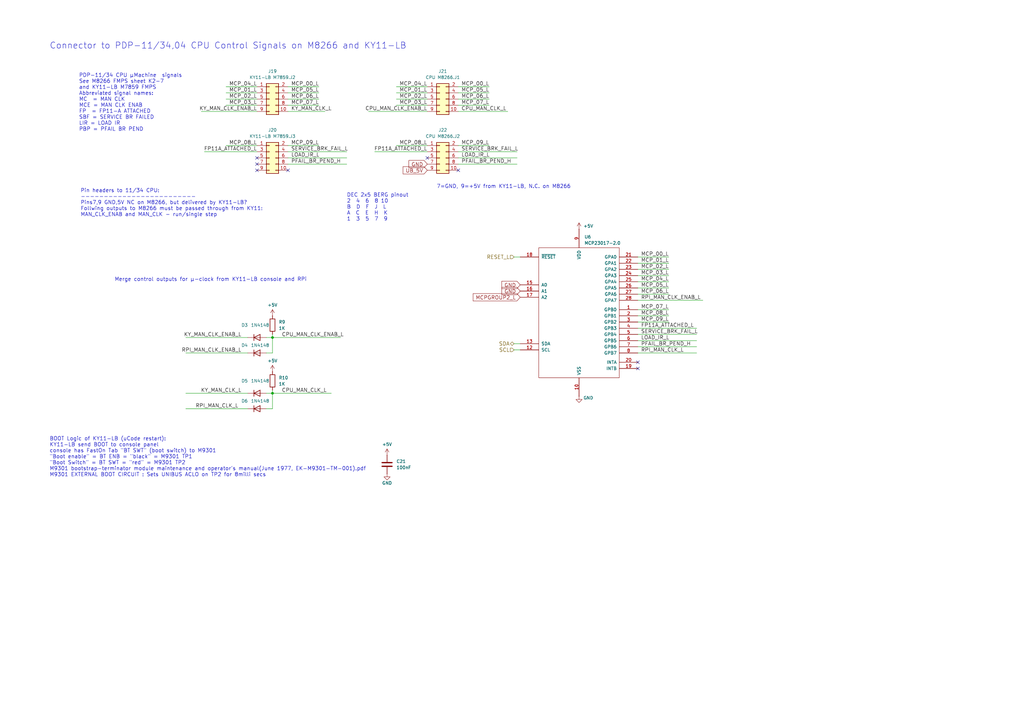
<source format=kicad_sch>
(kicad_sch
	(version 20231120)
	(generator "eeschema")
	(generator_version "8.0")
	(uuid "ad57505b-4430-4249-8987-5acfd4b85f62")
	(paper "A3")
	(title_block
		(date "2024-07-18")
	)
	(lib_symbols
		(symbol "Connector_Generic:Conn_02x05_Odd_Even"
			(pin_names
				(offset 1.016) hide)
			(exclude_from_sim no)
			(in_bom yes)
			(on_board yes)
			(property "Reference" "J"
				(at 1.27 7.62 0)
				(effects
					(font
						(size 1.27 1.27)
					)
				)
			)
			(property "Value" "Conn_02x05_Odd_Even"
				(at 1.27 -7.62 0)
				(effects
					(font
						(size 1.27 1.27)
					)
				)
			)
			(property "Footprint" ""
				(at 0 0 0)
				(effects
					(font
						(size 1.27 1.27)
					)
					(hide yes)
				)
			)
			(property "Datasheet" "~"
				(at 0 0 0)
				(effects
					(font
						(size 1.27 1.27)
					)
					(hide yes)
				)
			)
			(property "Description" "Generic connector, double row, 02x05, odd/even pin numbering scheme (row 1 odd numbers, row 2 even numbers), script generated (kicad-library-utils/schlib/autogen/connector/)"
				(at 0 0 0)
				(effects
					(font
						(size 1.27 1.27)
					)
					(hide yes)
				)
			)
			(property "ki_keywords" "connector"
				(at 0 0 0)
				(effects
					(font
						(size 1.27 1.27)
					)
					(hide yes)
				)
			)
			(property "ki_fp_filters" "Connector*:*_2x??_*"
				(at 0 0 0)
				(effects
					(font
						(size 1.27 1.27)
					)
					(hide yes)
				)
			)
			(symbol "Conn_02x05_Odd_Even_1_1"
				(rectangle
					(start -1.27 -4.953)
					(end 0 -5.207)
					(stroke
						(width 0.1524)
						(type default)
					)
					(fill
						(type none)
					)
				)
				(rectangle
					(start -1.27 -2.413)
					(end 0 -2.667)
					(stroke
						(width 0.1524)
						(type default)
					)
					(fill
						(type none)
					)
				)
				(rectangle
					(start -1.27 0.127)
					(end 0 -0.127)
					(stroke
						(width 0.1524)
						(type default)
					)
					(fill
						(type none)
					)
				)
				(rectangle
					(start -1.27 2.667)
					(end 0 2.413)
					(stroke
						(width 0.1524)
						(type default)
					)
					(fill
						(type none)
					)
				)
				(rectangle
					(start -1.27 5.207)
					(end 0 4.953)
					(stroke
						(width 0.1524)
						(type default)
					)
					(fill
						(type none)
					)
				)
				(rectangle
					(start -1.27 6.35)
					(end 3.81 -6.35)
					(stroke
						(width 0.254)
						(type default)
					)
					(fill
						(type background)
					)
				)
				(rectangle
					(start 3.81 -4.953)
					(end 2.54 -5.207)
					(stroke
						(width 0.1524)
						(type default)
					)
					(fill
						(type none)
					)
				)
				(rectangle
					(start 3.81 -2.413)
					(end 2.54 -2.667)
					(stroke
						(width 0.1524)
						(type default)
					)
					(fill
						(type none)
					)
				)
				(rectangle
					(start 3.81 0.127)
					(end 2.54 -0.127)
					(stroke
						(width 0.1524)
						(type default)
					)
					(fill
						(type none)
					)
				)
				(rectangle
					(start 3.81 2.667)
					(end 2.54 2.413)
					(stroke
						(width 0.1524)
						(type default)
					)
					(fill
						(type none)
					)
				)
				(rectangle
					(start 3.81 5.207)
					(end 2.54 4.953)
					(stroke
						(width 0.1524)
						(type default)
					)
					(fill
						(type none)
					)
				)
				(pin passive line
					(at -5.08 5.08 0)
					(length 3.81)
					(name "Pin_1"
						(effects
							(font
								(size 1.27 1.27)
							)
						)
					)
					(number "1"
						(effects
							(font
								(size 1.27 1.27)
							)
						)
					)
				)
				(pin passive line
					(at 7.62 -5.08 180)
					(length 3.81)
					(name "Pin_10"
						(effects
							(font
								(size 1.27 1.27)
							)
						)
					)
					(number "10"
						(effects
							(font
								(size 1.27 1.27)
							)
						)
					)
				)
				(pin passive line
					(at 7.62 5.08 180)
					(length 3.81)
					(name "Pin_2"
						(effects
							(font
								(size 1.27 1.27)
							)
						)
					)
					(number "2"
						(effects
							(font
								(size 1.27 1.27)
							)
						)
					)
				)
				(pin passive line
					(at -5.08 2.54 0)
					(length 3.81)
					(name "Pin_3"
						(effects
							(font
								(size 1.27 1.27)
							)
						)
					)
					(number "3"
						(effects
							(font
								(size 1.27 1.27)
							)
						)
					)
				)
				(pin passive line
					(at 7.62 2.54 180)
					(length 3.81)
					(name "Pin_4"
						(effects
							(font
								(size 1.27 1.27)
							)
						)
					)
					(number "4"
						(effects
							(font
								(size 1.27 1.27)
							)
						)
					)
				)
				(pin passive line
					(at -5.08 0 0)
					(length 3.81)
					(name "Pin_5"
						(effects
							(font
								(size 1.27 1.27)
							)
						)
					)
					(number "5"
						(effects
							(font
								(size 1.27 1.27)
							)
						)
					)
				)
				(pin passive line
					(at 7.62 0 180)
					(length 3.81)
					(name "Pin_6"
						(effects
							(font
								(size 1.27 1.27)
							)
						)
					)
					(number "6"
						(effects
							(font
								(size 1.27 1.27)
							)
						)
					)
				)
				(pin passive line
					(at -5.08 -2.54 0)
					(length 3.81)
					(name "Pin_7"
						(effects
							(font
								(size 1.27 1.27)
							)
						)
					)
					(number "7"
						(effects
							(font
								(size 1.27 1.27)
							)
						)
					)
				)
				(pin passive line
					(at 7.62 -2.54 180)
					(length 3.81)
					(name "Pin_8"
						(effects
							(font
								(size 1.27 1.27)
							)
						)
					)
					(number "8"
						(effects
							(font
								(size 1.27 1.27)
							)
						)
					)
				)
				(pin passive line
					(at -5.08 -5.08 0)
					(length 3.81)
					(name "Pin_9"
						(effects
							(font
								(size 1.27 1.27)
							)
						)
					)
					(number "9"
						(effects
							(font
								(size 1.27 1.27)
							)
						)
					)
				)
			)
		)
		(symbol "Device:C"
			(pin_numbers hide)
			(pin_names
				(offset 0.254)
			)
			(exclude_from_sim no)
			(in_bom yes)
			(on_board yes)
			(property "Reference" "C"
				(at 0.635 2.54 0)
				(effects
					(font
						(size 1.27 1.27)
					)
					(justify left)
				)
			)
			(property "Value" "C"
				(at 0.635 -2.54 0)
				(effects
					(font
						(size 1.27 1.27)
					)
					(justify left)
				)
			)
			(property "Footprint" ""
				(at 0.9652 -3.81 0)
				(effects
					(font
						(size 1.27 1.27)
					)
					(hide yes)
				)
			)
			(property "Datasheet" "~"
				(at 0 0 0)
				(effects
					(font
						(size 1.27 1.27)
					)
					(hide yes)
				)
			)
			(property "Description" "Unpolarized capacitor"
				(at 0 0 0)
				(effects
					(font
						(size 1.27 1.27)
					)
					(hide yes)
				)
			)
			(property "ki_keywords" "cap capacitor"
				(at 0 0 0)
				(effects
					(font
						(size 1.27 1.27)
					)
					(hide yes)
				)
			)
			(property "ki_fp_filters" "C_*"
				(at 0 0 0)
				(effects
					(font
						(size 1.27 1.27)
					)
					(hide yes)
				)
			)
			(symbol "C_0_1"
				(polyline
					(pts
						(xy -2.032 -0.762) (xy 2.032 -0.762)
					)
					(stroke
						(width 0.508)
						(type default)
					)
					(fill
						(type none)
					)
				)
				(polyline
					(pts
						(xy -2.032 0.762) (xy 2.032 0.762)
					)
					(stroke
						(width 0.508)
						(type default)
					)
					(fill
						(type none)
					)
				)
			)
			(symbol "C_1_1"
				(pin passive line
					(at 0 3.81 270)
					(length 2.794)
					(name "~"
						(effects
							(font
								(size 1.27 1.27)
							)
						)
					)
					(number "1"
						(effects
							(font
								(size 1.27 1.27)
							)
						)
					)
				)
				(pin passive line
					(at 0 -3.81 90)
					(length 2.794)
					(name "~"
						(effects
							(font
								(size 1.27 1.27)
							)
						)
					)
					(number "2"
						(effects
							(font
								(size 1.27 1.27)
							)
						)
					)
				)
			)
		)
		(symbol "Device:R"
			(pin_numbers hide)
			(pin_names
				(offset 0)
			)
			(exclude_from_sim no)
			(in_bom yes)
			(on_board yes)
			(property "Reference" "R"
				(at 2.032 0 90)
				(effects
					(font
						(size 1.27 1.27)
					)
				)
			)
			(property "Value" "R"
				(at 0 0 90)
				(effects
					(font
						(size 1.27 1.27)
					)
				)
			)
			(property "Footprint" ""
				(at -1.778 0 90)
				(effects
					(font
						(size 1.27 1.27)
					)
					(hide yes)
				)
			)
			(property "Datasheet" "~"
				(at 0 0 0)
				(effects
					(font
						(size 1.27 1.27)
					)
					(hide yes)
				)
			)
			(property "Description" "Resistor"
				(at 0 0 0)
				(effects
					(font
						(size 1.27 1.27)
					)
					(hide yes)
				)
			)
			(property "ki_keywords" "R res resistor"
				(at 0 0 0)
				(effects
					(font
						(size 1.27 1.27)
					)
					(hide yes)
				)
			)
			(property "ki_fp_filters" "R_*"
				(at 0 0 0)
				(effects
					(font
						(size 1.27 1.27)
					)
					(hide yes)
				)
			)
			(symbol "R_0_1"
				(rectangle
					(start -1.016 -2.54)
					(end 1.016 2.54)
					(stroke
						(width 0.254)
						(type default)
					)
					(fill
						(type none)
					)
				)
			)
			(symbol "R_1_1"
				(pin passive line
					(at 0 3.81 270)
					(length 1.27)
					(name "~"
						(effects
							(font
								(size 1.27 1.27)
							)
						)
					)
					(number "1"
						(effects
							(font
								(size 1.27 1.27)
							)
						)
					)
				)
				(pin passive line
					(at 0 -3.81 90)
					(length 1.27)
					(name "~"
						(effects
							(font
								(size 1.27 1.27)
							)
						)
					)
					(number "2"
						(effects
							(font
								(size 1.27 1.27)
							)
						)
					)
				)
			)
		)
		(symbol "Diode:1N4148"
			(pin_numbers hide)
			(pin_names hide)
			(exclude_from_sim no)
			(in_bom yes)
			(on_board yes)
			(property "Reference" "D"
				(at 0 2.54 0)
				(effects
					(font
						(size 1.27 1.27)
					)
				)
			)
			(property "Value" "1N4148"
				(at 0 -2.54 0)
				(effects
					(font
						(size 1.27 1.27)
					)
				)
			)
			(property "Footprint" "Diode_THT:D_DO-35_SOD27_P7.62mm_Horizontal"
				(at 0 0 0)
				(effects
					(font
						(size 1.27 1.27)
					)
					(hide yes)
				)
			)
			(property "Datasheet" "https://assets.nexperia.com/documents/data-sheet/1N4148_1N4448.pdf"
				(at 0 0 0)
				(effects
					(font
						(size 1.27 1.27)
					)
					(hide yes)
				)
			)
			(property "Description" "100V 0.15A standard switching diode, DO-35"
				(at 0 0 0)
				(effects
					(font
						(size 1.27 1.27)
					)
					(hide yes)
				)
			)
			(property "Sim.Device" "D"
				(at 0 0 0)
				(effects
					(font
						(size 1.27 1.27)
					)
					(hide yes)
				)
			)
			(property "Sim.Pins" "1=K 2=A"
				(at 0 0 0)
				(effects
					(font
						(size 1.27 1.27)
					)
					(hide yes)
				)
			)
			(property "ki_keywords" "diode"
				(at 0 0 0)
				(effects
					(font
						(size 1.27 1.27)
					)
					(hide yes)
				)
			)
			(property "ki_fp_filters" "D*DO?35*"
				(at 0 0 0)
				(effects
					(font
						(size 1.27 1.27)
					)
					(hide yes)
				)
			)
			(symbol "1N4148_0_1"
				(polyline
					(pts
						(xy -1.27 1.27) (xy -1.27 -1.27)
					)
					(stroke
						(width 0.254)
						(type default)
					)
					(fill
						(type none)
					)
				)
				(polyline
					(pts
						(xy 1.27 0) (xy -1.27 0)
					)
					(stroke
						(width 0)
						(type default)
					)
					(fill
						(type none)
					)
				)
				(polyline
					(pts
						(xy 1.27 1.27) (xy 1.27 -1.27) (xy -1.27 0) (xy 1.27 1.27)
					)
					(stroke
						(width 0.254)
						(type default)
					)
					(fill
						(type none)
					)
				)
			)
			(symbol "1N4148_1_1"
				(pin passive line
					(at -3.81 0 0)
					(length 2.54)
					(name "K"
						(effects
							(font
								(size 1.27 1.27)
							)
						)
					)
					(number "1"
						(effects
							(font
								(size 1.27 1.27)
							)
						)
					)
				)
				(pin passive line
					(at 3.81 0 180)
					(length 2.54)
					(name "A"
						(effects
							(font
								(size 1.27 1.27)
							)
						)
					)
					(number "2"
						(effects
							(font
								(size 1.27 1.27)
							)
						)
					)
				)
			)
		)
		(symbol "jh:MCP23017"
			(pin_names
				(offset 1.016)
			)
			(exclude_from_sim no)
			(in_bom yes)
			(on_board yes)
			(property "Reference" "U"
				(at -13.97 27.94 0)
				(effects
					(font
						(size 1.27 1.27)
					)
				)
			)
			(property "Value" "MCP23017"
				(at 11.43 -27.94 0)
				(effects
					(font
						(size 1.27 1.27)
					)
				)
			)
			(property "Footprint" "MODULE"
				(at -12.7 -27.94 0)
				(effects
					(font
						(size 1.27 1.27)
					)
					(hide yes)
				)
			)
			(property "Datasheet" "DOCUMENTATION"
				(at 0 -1.27 0)
				(effects
					(font
						(size 1.27 1.27)
					)
					(hide yes)
				)
			)
			(property "Description" ""
				(at 0 0 0)
				(effects
					(font
						(size 1.27 1.27)
					)
					(hide yes)
				)
			)
			(symbol "MCP23017_1_0"
				(rectangle
					(start -16.51 -26.67)
					(end 16.51 26.67)
					(stroke
						(width 0)
						(type solid)
					)
					(fill
						(type none)
					)
				)
			)
			(symbol "MCP23017_1_1"
				(pin tri_state line
					(at 24.13 1.27 180)
					(length 7.62)
					(name "GPB0"
						(effects
							(font
								(size 1.27 1.27)
							)
						)
					)
					(number "1"
						(effects
							(font
								(size 1.27 1.27)
							)
						)
					)
				)
				(pin power_in line
					(at 0 -34.29 90)
					(length 7.62)
					(name "VSS"
						(effects
							(font
								(size 1.27 1.27)
							)
						)
					)
					(number "10"
						(effects
							(font
								(size 1.27 1.27)
							)
						)
					)
				)
				(pin input line
					(at -24.13 -15.24 0)
					(length 7.62)
					(name "SCL"
						(effects
							(font
								(size 1.27 1.27)
							)
						)
					)
					(number "12"
						(effects
							(font
								(size 1.27 1.27)
							)
						)
					)
				)
				(pin tri_state line
					(at -24.13 -12.7 0)
					(length 7.62)
					(name "SDA"
						(effects
							(font
								(size 1.27 1.27)
							)
						)
					)
					(number "13"
						(effects
							(font
								(size 1.27 1.27)
							)
						)
					)
				)
				(pin input line
					(at -24.13 11.43 0)
					(length 7.62)
					(name "A0"
						(effects
							(font
								(size 1.27 1.27)
							)
						)
					)
					(number "15"
						(effects
							(font
								(size 1.27 1.27)
							)
						)
					)
				)
				(pin input line
					(at -24.13 8.89 0)
					(length 7.62)
					(name "A1"
						(effects
							(font
								(size 1.27 1.27)
							)
						)
					)
					(number "16"
						(effects
							(font
								(size 1.27 1.27)
							)
						)
					)
				)
				(pin input line
					(at -24.13 6.35 0)
					(length 7.62)
					(name "A2"
						(effects
							(font
								(size 1.27 1.27)
							)
						)
					)
					(number "17"
						(effects
							(font
								(size 1.27 1.27)
							)
						)
					)
				)
				(pin input line
					(at -24.13 22.86 0)
					(length 7.62)
					(name "~{RESET}"
						(effects
							(font
								(size 1.27 1.27)
							)
						)
					)
					(number "18"
						(effects
							(font
								(size 1.27 1.27)
							)
						)
					)
				)
				(pin output line
					(at 24.13 -22.86 180)
					(length 7.62)
					(name "INTB"
						(effects
							(font
								(size 1.27 1.27)
							)
						)
					)
					(number "19"
						(effects
							(font
								(size 1.27 1.27)
							)
						)
					)
				)
				(pin tri_state line
					(at 24.13 -1.27 180)
					(length 7.62)
					(name "GPB1"
						(effects
							(font
								(size 1.27 1.27)
							)
						)
					)
					(number "2"
						(effects
							(font
								(size 1.27 1.27)
							)
						)
					)
				)
				(pin output line
					(at 24.13 -20.32 180)
					(length 7.62)
					(name "INTA"
						(effects
							(font
								(size 1.27 1.27)
							)
						)
					)
					(number "20"
						(effects
							(font
								(size 1.27 1.27)
							)
						)
					)
				)
				(pin tri_state line
					(at 24.13 22.86 180)
					(length 7.62)
					(name "GPA0"
						(effects
							(font
								(size 1.27 1.27)
							)
						)
					)
					(number "21"
						(effects
							(font
								(size 1.27 1.27)
							)
						)
					)
				)
				(pin tri_state line
					(at 24.13 20.32 180)
					(length 7.62)
					(name "GPA1"
						(effects
							(font
								(size 1.27 1.27)
							)
						)
					)
					(number "22"
						(effects
							(font
								(size 1.27 1.27)
							)
						)
					)
				)
				(pin tri_state line
					(at 24.13 17.78 180)
					(length 7.62)
					(name "GPA2"
						(effects
							(font
								(size 1.27 1.27)
							)
						)
					)
					(number "23"
						(effects
							(font
								(size 1.27 1.27)
							)
						)
					)
				)
				(pin tri_state line
					(at 24.13 15.24 180)
					(length 7.62)
					(name "GPA3"
						(effects
							(font
								(size 1.27 1.27)
							)
						)
					)
					(number "24"
						(effects
							(font
								(size 1.27 1.27)
							)
						)
					)
				)
				(pin tri_state line
					(at 24.13 12.7 180)
					(length 7.62)
					(name "GPA4"
						(effects
							(font
								(size 1.27 1.27)
							)
						)
					)
					(number "25"
						(effects
							(font
								(size 1.27 1.27)
							)
						)
					)
				)
				(pin tri_state line
					(at 24.13 10.16 180)
					(length 7.62)
					(name "GPA5"
						(effects
							(font
								(size 1.27 1.27)
							)
						)
					)
					(number "26"
						(effects
							(font
								(size 1.27 1.27)
							)
						)
					)
				)
				(pin tri_state line
					(at 24.13 7.62 180)
					(length 7.62)
					(name "GPA6"
						(effects
							(font
								(size 1.27 1.27)
							)
						)
					)
					(number "27"
						(effects
							(font
								(size 1.27 1.27)
							)
						)
					)
				)
				(pin tri_state line
					(at 24.13 5.08 180)
					(length 7.62)
					(name "GPA7"
						(effects
							(font
								(size 1.27 1.27)
							)
						)
					)
					(number "28"
						(effects
							(font
								(size 1.27 1.27)
							)
						)
					)
				)
				(pin tri_state line
					(at 24.13 -3.81 180)
					(length 7.62)
					(name "GPB2"
						(effects
							(font
								(size 1.27 1.27)
							)
						)
					)
					(number "3"
						(effects
							(font
								(size 1.27 1.27)
							)
						)
					)
				)
				(pin tri_state line
					(at 24.13 -6.35 180)
					(length 7.62)
					(name "GPB3"
						(effects
							(font
								(size 1.27 1.27)
							)
						)
					)
					(number "4"
						(effects
							(font
								(size 1.27 1.27)
							)
						)
					)
				)
				(pin tri_state line
					(at 24.13 -8.89 180)
					(length 7.62)
					(name "GPB4"
						(effects
							(font
								(size 1.27 1.27)
							)
						)
					)
					(number "5"
						(effects
							(font
								(size 1.27 1.27)
							)
						)
					)
				)
				(pin tri_state line
					(at 24.13 -11.43 180)
					(length 7.62)
					(name "GPB5"
						(effects
							(font
								(size 1.27 1.27)
							)
						)
					)
					(number "6"
						(effects
							(font
								(size 1.27 1.27)
							)
						)
					)
				)
				(pin tri_state line
					(at 24.13 -13.97 180)
					(length 7.62)
					(name "GPB6"
						(effects
							(font
								(size 1.27 1.27)
							)
						)
					)
					(number "7"
						(effects
							(font
								(size 1.27 1.27)
							)
						)
					)
				)
				(pin tri_state line
					(at 24.13 -16.51 180)
					(length 7.62)
					(name "GPB7"
						(effects
							(font
								(size 1.27 1.27)
							)
						)
					)
					(number "8"
						(effects
							(font
								(size 1.27 1.27)
							)
						)
					)
				)
				(pin power_in line
					(at 0 34.29 270)
					(length 7.62)
					(name "VDD"
						(effects
							(font
								(size 1.27 1.27)
							)
						)
					)
					(number "9"
						(effects
							(font
								(size 1.27 1.27)
							)
						)
					)
				)
			)
		)
		(symbol "power:+5V"
			(power)
			(pin_numbers hide)
			(pin_names
				(offset 0) hide)
			(exclude_from_sim no)
			(in_bom yes)
			(on_board yes)
			(property "Reference" "#PWR"
				(at 0 -3.81 0)
				(effects
					(font
						(size 1.27 1.27)
					)
					(hide yes)
				)
			)
			(property "Value" "+5V"
				(at 0 3.556 0)
				(effects
					(font
						(size 1.27 1.27)
					)
				)
			)
			(property "Footprint" ""
				(at 0 0 0)
				(effects
					(font
						(size 1.27 1.27)
					)
					(hide yes)
				)
			)
			(property "Datasheet" ""
				(at 0 0 0)
				(effects
					(font
						(size 1.27 1.27)
					)
					(hide yes)
				)
			)
			(property "Description" "Power symbol creates a global label with name \"+5V\""
				(at 0 0 0)
				(effects
					(font
						(size 1.27 1.27)
					)
					(hide yes)
				)
			)
			(property "ki_keywords" "global power"
				(at 0 0 0)
				(effects
					(font
						(size 1.27 1.27)
					)
					(hide yes)
				)
			)
			(symbol "+5V_0_1"
				(polyline
					(pts
						(xy -0.762 1.27) (xy 0 2.54)
					)
					(stroke
						(width 0)
						(type default)
					)
					(fill
						(type none)
					)
				)
				(polyline
					(pts
						(xy 0 0) (xy 0 2.54)
					)
					(stroke
						(width 0)
						(type default)
					)
					(fill
						(type none)
					)
				)
				(polyline
					(pts
						(xy 0 2.54) (xy 0.762 1.27)
					)
					(stroke
						(width 0)
						(type default)
					)
					(fill
						(type none)
					)
				)
			)
			(symbol "+5V_1_1"
				(pin power_in line
					(at 0 0 90)
					(length 0)
					(name "~"
						(effects
							(font
								(size 1.27 1.27)
							)
						)
					)
					(number "1"
						(effects
							(font
								(size 1.27 1.27)
							)
						)
					)
				)
			)
		)
		(symbol "power:GND"
			(power)
			(pin_numbers hide)
			(pin_names
				(offset 0) hide)
			(exclude_from_sim no)
			(in_bom yes)
			(on_board yes)
			(property "Reference" "#PWR"
				(at 0 -6.35 0)
				(effects
					(font
						(size 1.27 1.27)
					)
					(hide yes)
				)
			)
			(property "Value" "GND"
				(at 0 -3.81 0)
				(effects
					(font
						(size 1.27 1.27)
					)
				)
			)
			(property "Footprint" ""
				(at 0 0 0)
				(effects
					(font
						(size 1.27 1.27)
					)
					(hide yes)
				)
			)
			(property "Datasheet" ""
				(at 0 0 0)
				(effects
					(font
						(size 1.27 1.27)
					)
					(hide yes)
				)
			)
			(property "Description" "Power symbol creates a global label with name \"GND\" , ground"
				(at 0 0 0)
				(effects
					(font
						(size 1.27 1.27)
					)
					(hide yes)
				)
			)
			(property "ki_keywords" "global power"
				(at 0 0 0)
				(effects
					(font
						(size 1.27 1.27)
					)
					(hide yes)
				)
			)
			(symbol "GND_0_1"
				(polyline
					(pts
						(xy 0 0) (xy 0 -1.27) (xy 1.27 -1.27) (xy 0 -2.54) (xy -1.27 -1.27) (xy 0 -1.27)
					)
					(stroke
						(width 0)
						(type default)
					)
					(fill
						(type none)
					)
				)
			)
			(symbol "GND_1_1"
				(pin power_in line
					(at 0 0 270)
					(length 0)
					(name "~"
						(effects
							(font
								(size 1.27 1.27)
							)
						)
					)
					(number "1"
						(effects
							(font
								(size 1.27 1.27)
							)
						)
					)
				)
			)
		)
	)
	(junction
		(at 111.76 138.43)
		(diameter 0)
		(color 0 0 0 0)
		(uuid "44bc83a5-bf37-4ab4-b7ff-578246a5cc82")
	)
	(junction
		(at 111.76 161.29)
		(diameter 0)
		(color 0 0 0 0)
		(uuid "81b29181-d7d6-473f-8f2c-af4f230360d9")
	)
	(no_connect
		(at 105.41 67.31)
		(uuid "2978b031-9ace-4839-825d-062fb80946da")
	)
	(no_connect
		(at 175.26 64.77)
		(uuid "44759013-8fba-4f31-951e-9d29208d74bf")
	)
	(no_connect
		(at 105.41 64.77)
		(uuid "701f5301-889b-4b42-8e4c-9cde3ddfaec7")
	)
	(no_connect
		(at 118.11 69.85)
		(uuid "95438675-afe9-4e5e-84aa-f953df3adfd2")
	)
	(no_connect
		(at 261.62 148.59)
		(uuid "aceafa2e-6186-41c1-a17c-e3d9c6946c16")
	)
	(no_connect
		(at 261.62 151.13)
		(uuid "b0704c8b-76ac-4396-a73c-b4a7dd38d657")
	)
	(no_connect
		(at 105.41 69.85)
		(uuid "bb8a3c74-b609-47ca-a4af-884203f2f075")
	)
	(no_connect
		(at 187.96 69.85)
		(uuid "fa985324-2555-4184-9fa3-1fc3300d8a53")
	)
	(wire
		(pts
			(xy 76.2 144.78) (xy 101.6 144.78)
		)
		(stroke
			(width 0)
			(type default)
		)
		(uuid "0150c964-5f5f-4d47-b825-c88fc3efa44f")
	)
	(wire
		(pts
			(xy 118.11 38.1) (xy 130.81 38.1)
		)
		(stroke
			(width 0)
			(type default)
		)
		(uuid "027dd8a9-ec8d-4a0e-997d-0431b3dd7da8")
	)
	(wire
		(pts
			(xy 83.82 62.23) (xy 105.41 62.23)
		)
		(stroke
			(width 0)
			(type default)
		)
		(uuid "032588dc-ac2e-43fd-8f4f-7b611686e922")
	)
	(wire
		(pts
			(xy 187.96 38.1) (xy 200.66 38.1)
		)
		(stroke
			(width 0)
			(type default)
		)
		(uuid "0809aa3a-4841-4ee7-ae05-656096123b3d")
	)
	(wire
		(pts
			(xy 162.56 43.18) (xy 175.26 43.18)
		)
		(stroke
			(width 0)
			(type default)
		)
		(uuid "0d211ea5-1fc7-4ef7-85dc-49b25c6a15ac")
	)
	(wire
		(pts
			(xy 261.62 113.03) (xy 274.32 113.03)
		)
		(stroke
			(width 0)
			(type default)
		)
		(uuid "1ed19f24-90a4-4340-adc5-2dffc1c162fd")
	)
	(wire
		(pts
			(xy 261.62 115.57) (xy 274.32 115.57)
		)
		(stroke
			(width 0)
			(type default)
		)
		(uuid "25eb1cea-efc4-4416-aa71-92958f3ba78f")
	)
	(wire
		(pts
			(xy 261.62 123.19) (xy 288.29 123.19)
		)
		(stroke
			(width 0)
			(type default)
		)
		(uuid "2de643c9-9a5b-4772-9bab-577aed67aaf8")
	)
	(wire
		(pts
			(xy 261.62 137.16) (xy 285.75 137.16)
		)
		(stroke
			(width 0)
			(type default)
		)
		(uuid "2dfb6a35-8ada-4988-af95-2eeed23914e1")
	)
	(wire
		(pts
			(xy 92.71 43.18) (xy 105.41 43.18)
		)
		(stroke
			(width 0)
			(type default)
		)
		(uuid "30d994b5-1650-462e-9214-862eab54f95b")
	)
	(wire
		(pts
			(xy 92.71 35.56) (xy 105.41 35.56)
		)
		(stroke
			(width 0)
			(type default)
		)
		(uuid "30e87bab-e765-4b0c-a17a-fd987345fad1")
	)
	(wire
		(pts
			(xy 111.76 160.02) (xy 111.76 161.29)
		)
		(stroke
			(width 0)
			(type default)
		)
		(uuid "3f6e45c0-80d5-43aa-82d1-916c9648ec5c")
	)
	(wire
		(pts
			(xy 261.62 118.11) (xy 274.32 118.11)
		)
		(stroke
			(width 0)
			(type default)
		)
		(uuid "4445af04-e4ff-4a06-92cd-98dbab89d129")
	)
	(wire
		(pts
			(xy 210.82 143.51) (xy 213.36 143.51)
		)
		(stroke
			(width 0)
			(type default)
		)
		(uuid "4af72492-7fc1-4174-97e6-07aed4fb5ce6")
	)
	(wire
		(pts
			(xy 261.62 110.49) (xy 274.32 110.49)
		)
		(stroke
			(width 0)
			(type default)
		)
		(uuid "51b7b6b1-042b-4ad4-87b7-5c9ed3d5d62b")
	)
	(wire
		(pts
			(xy 111.76 138.43) (xy 139.7 138.43)
		)
		(stroke
			(width 0)
			(type default)
		)
		(uuid "5a5c92a1-6eb4-4150-8453-5b788ba80af5")
	)
	(wire
		(pts
			(xy 187.96 64.77) (xy 212.09 64.77)
		)
		(stroke
			(width 0)
			(type default)
		)
		(uuid "5beba42c-efd8-4843-8a1d-45878013bf9e")
	)
	(wire
		(pts
			(xy 210.82 105.41) (xy 213.36 105.41)
		)
		(stroke
			(width 0)
			(type default)
		)
		(uuid "60da0b01-b1d5-4f6f-836f-60dfa146270c")
	)
	(wire
		(pts
			(xy 118.11 45.72) (xy 133.35 45.72)
		)
		(stroke
			(width 0)
			(type default)
		)
		(uuid "637daca7-c302-44c1-abcd-0c5cce40e612")
	)
	(wire
		(pts
			(xy 187.96 40.64) (xy 200.66 40.64)
		)
		(stroke
			(width 0)
			(type default)
		)
		(uuid "63b7ee42-8b52-4763-a85d-a491ac4dcdd3")
	)
	(wire
		(pts
			(xy 111.76 137.16) (xy 111.76 138.43)
		)
		(stroke
			(width 0)
			(type default)
		)
		(uuid "68dbe787-5ae4-4204-9d11-5127ef8c29f7")
	)
	(wire
		(pts
			(xy 261.62 142.24) (xy 285.75 142.24)
		)
		(stroke
			(width 0)
			(type default)
		)
		(uuid "696cf50c-9826-4fcd-a22d-2c40429cbde3")
	)
	(wire
		(pts
			(xy 261.62 127) (xy 274.32 127)
		)
		(stroke
			(width 0)
			(type default)
		)
		(uuid "6a1527a1-93de-4032-8ae9-062ae6ef30bf")
	)
	(wire
		(pts
			(xy 118.11 67.31) (xy 142.24 67.31)
		)
		(stroke
			(width 0)
			(type default)
		)
		(uuid "6bb1d9ff-0248-499a-9208-22ec10110119")
	)
	(wire
		(pts
			(xy 261.62 105.41) (xy 274.32 105.41)
		)
		(stroke
			(width 0)
			(type default)
		)
		(uuid "731ede2d-cd45-4fad-90d9-d2b3cd327a5b")
	)
	(wire
		(pts
			(xy 118.11 43.18) (xy 130.81 43.18)
		)
		(stroke
			(width 0)
			(type default)
		)
		(uuid "74c7e61c-fb7a-44ba-bfcd-1650155677e9")
	)
	(wire
		(pts
			(xy 151.13 45.72) (xy 175.26 45.72)
		)
		(stroke
			(width 0)
			(type default)
		)
		(uuid "7777497f-2ef7-4da6-8edf-13efbf2e2399")
	)
	(wire
		(pts
			(xy 109.22 144.78) (xy 111.76 144.78)
		)
		(stroke
			(width 0)
			(type default)
		)
		(uuid "77e84047-bcb2-47e3-8426-03c41fd1525c")
	)
	(wire
		(pts
			(xy 109.22 167.64) (xy 111.76 167.64)
		)
		(stroke
			(width 0)
			(type default)
		)
		(uuid "7b3c7972-d6b0-44a6-95cf-6f74821e149a")
	)
	(wire
		(pts
			(xy 261.62 132.08) (xy 274.32 132.08)
		)
		(stroke
			(width 0)
			(type default)
		)
		(uuid "800da662-8fae-4299-ae2c-44e2c0a8dbea")
	)
	(wire
		(pts
			(xy 111.76 138.43) (xy 111.76 144.78)
		)
		(stroke
			(width 0)
			(type default)
		)
		(uuid "82d0652d-c436-4d4e-bee7-b8701a6e42b0")
	)
	(wire
		(pts
			(xy 187.96 43.18) (xy 200.66 43.18)
		)
		(stroke
			(width 0)
			(type default)
		)
		(uuid "8304c9e9-6155-4c9c-af00-11ed2e02eb68")
	)
	(wire
		(pts
			(xy 92.71 40.64) (xy 105.41 40.64)
		)
		(stroke
			(width 0)
			(type default)
		)
		(uuid "8555838f-f789-45cf-8cba-9246ac2b3d8d")
	)
	(wire
		(pts
			(xy 187.96 62.23) (xy 212.09 62.23)
		)
		(stroke
			(width 0)
			(type default)
		)
		(uuid "88118fdd-b8e1-4781-9ba0-c84220bdf4ff")
	)
	(wire
		(pts
			(xy 118.11 40.64) (xy 130.81 40.64)
		)
		(stroke
			(width 0)
			(type default)
		)
		(uuid "8898bd62-a507-44b1-9d88-318e4e0bf230")
	)
	(wire
		(pts
			(xy 111.76 161.29) (xy 135.89 161.29)
		)
		(stroke
			(width 0)
			(type default)
		)
		(uuid "89fd151e-edb5-4605-9681-b815e3e8f693")
	)
	(wire
		(pts
			(xy 187.96 59.69) (xy 200.66 59.69)
		)
		(stroke
			(width 0)
			(type default)
		)
		(uuid "96fb886d-0525-461f-9647-6624b570fe10")
	)
	(wire
		(pts
			(xy 111.76 161.29) (xy 111.76 167.64)
		)
		(stroke
			(width 0)
			(type default)
		)
		(uuid "981bd98e-aed0-4a59-b2d2-49221c575003")
	)
	(wire
		(pts
			(xy 118.11 64.77) (xy 142.24 64.77)
		)
		(stroke
			(width 0)
			(type default)
		)
		(uuid "9f86ad91-1890-41d9-add3-6bb7bad0ca6e")
	)
	(wire
		(pts
			(xy 118.11 35.56) (xy 130.81 35.56)
		)
		(stroke
			(width 0)
			(type default)
		)
		(uuid "9ff42113-6222-44d4-8951-8a1d7ac8c1c5")
	)
	(wire
		(pts
			(xy 187.96 67.31) (xy 212.09 67.31)
		)
		(stroke
			(width 0)
			(type default)
		)
		(uuid "a09cbd0d-98e9-4461-88df-27e1bdbbb955")
	)
	(wire
		(pts
			(xy 109.22 138.43) (xy 111.76 138.43)
		)
		(stroke
			(width 0)
			(type default)
		)
		(uuid "a6c123a1-49e2-473e-8229-b266a0358fbd")
	)
	(wire
		(pts
			(xy 261.62 134.62) (xy 285.75 134.62)
		)
		(stroke
			(width 0)
			(type default)
		)
		(uuid "a8f94db7-c7bf-4917-a1e8-77a144dfee02")
	)
	(wire
		(pts
			(xy 210.82 140.97) (xy 213.36 140.97)
		)
		(stroke
			(width 0)
			(type default)
		)
		(uuid "ab73683c-373c-4d2a-b06d-73ccfe3711f9")
	)
	(wire
		(pts
			(xy 118.11 62.23) (xy 142.24 62.23)
		)
		(stroke
			(width 0)
			(type default)
		)
		(uuid "affec750-48e8-408f-9167-5e6e4bfa73be")
	)
	(wire
		(pts
			(xy 76.2 138.43) (xy 101.6 138.43)
		)
		(stroke
			(width 0)
			(type default)
		)
		(uuid "b347f90c-9d4f-4ee3-9f82-ac5c6f00575e")
	)
	(wire
		(pts
			(xy 261.62 144.78) (xy 285.75 144.78)
		)
		(stroke
			(width 0)
			(type default)
		)
		(uuid "ba765215-7543-45e8-8baf-fbec26a652a1")
	)
	(wire
		(pts
			(xy 261.62 120.65) (xy 274.32 120.65)
		)
		(stroke
			(width 0)
			(type default)
		)
		(uuid "bb0c6ad1-2e80-4c39-8b47-1338f2112938")
	)
	(wire
		(pts
			(xy 92.71 59.69) (xy 105.41 59.69)
		)
		(stroke
			(width 0)
			(type default)
		)
		(uuid "bbf46072-2297-4cb5-bb25-fa562687dc03")
	)
	(wire
		(pts
			(xy 162.56 35.56) (xy 175.26 35.56)
		)
		(stroke
			(width 0)
			(type default)
		)
		(uuid "c136ab61-0827-4644-b36b-d5caca08dd69")
	)
	(wire
		(pts
			(xy 82.55 45.72) (xy 105.41 45.72)
		)
		(stroke
			(width 0)
			(type default)
		)
		(uuid "c279603f-0c50-4aaf-b6fe-b1aa0d77f288")
	)
	(wire
		(pts
			(xy 187.96 35.56) (xy 200.66 35.56)
		)
		(stroke
			(width 0)
			(type default)
		)
		(uuid "c531d232-1e16-4d47-b106-82d95b52d791")
	)
	(wire
		(pts
			(xy 109.22 161.29) (xy 111.76 161.29)
		)
		(stroke
			(width 0)
			(type default)
		)
		(uuid "c53a226b-58a0-4082-906e-347930254426")
	)
	(wire
		(pts
			(xy 162.56 38.1) (xy 175.26 38.1)
		)
		(stroke
			(width 0)
			(type default)
		)
		(uuid "c744429d-6c90-4f5d-8d41-e58365a5cc24")
	)
	(wire
		(pts
			(xy 76.2 161.29) (xy 101.6 161.29)
		)
		(stroke
			(width 0)
			(type default)
		)
		(uuid "c90737c9-2e25-4ecf-987b-8869f9f12ff7")
	)
	(wire
		(pts
			(xy 118.11 59.69) (xy 130.81 59.69)
		)
		(stroke
			(width 0)
			(type default)
		)
		(uuid "d2f28d4e-806a-4758-a1df-908bc24c865e")
	)
	(wire
		(pts
			(xy 162.56 40.64) (xy 175.26 40.64)
		)
		(stroke
			(width 0)
			(type default)
		)
		(uuid "d3bf21f8-7c2a-461a-9a8c-70004276e8cf")
	)
	(wire
		(pts
			(xy 76.2 167.64) (xy 101.6 167.64)
		)
		(stroke
			(width 0)
			(type default)
		)
		(uuid "dc4106d2-8c7f-40f2-8f26-230010be7758")
	)
	(wire
		(pts
			(xy 92.71 38.1) (xy 105.41 38.1)
		)
		(stroke
			(width 0)
			(type default)
		)
		(uuid "df1a12ef-6357-4b81-8e4a-d801b96f84ea")
	)
	(wire
		(pts
			(xy 261.62 107.95) (xy 274.32 107.95)
		)
		(stroke
			(width 0)
			(type default)
		)
		(uuid "df8d8f7f-3a47-4e35-8e59-39b679b4c550")
	)
	(wire
		(pts
			(xy 187.96 45.72) (xy 208.28 45.72)
		)
		(stroke
			(width 0)
			(type default)
		)
		(uuid "e02140e2-fad9-4f6c-b1c5-c717128c4294")
	)
	(wire
		(pts
			(xy 153.67 62.23) (xy 175.26 62.23)
		)
		(stroke
			(width 0)
			(type default)
		)
		(uuid "ea2ca252-d374-43d3-8743-8b8875ec34a8")
	)
	(wire
		(pts
			(xy 261.62 129.54) (xy 274.32 129.54)
		)
		(stroke
			(width 0)
			(type default)
		)
		(uuid "f50c86b9-c76f-40ab-9469-d9513d82d390")
	)
	(wire
		(pts
			(xy 261.62 139.7) (xy 285.75 139.7)
		)
		(stroke
			(width 0)
			(type default)
		)
		(uuid "f50d9e6f-1339-4a47-9adf-a21d3a2a46b4")
	)
	(wire
		(pts
			(xy 162.56 59.69) (xy 175.26 59.69)
		)
		(stroke
			(width 0)
			(type default)
		)
		(uuid "fd1ba4fa-585c-44a5-8b43-638ceb0e8df5")
	)
	(text "Merge control outputs for µ-clock from KY11-LB console and RPi"
		(exclude_from_sim no)
		(at 46.99 115.57 0)
		(effects
			(font
				(size 1.524 1.524)
			)
			(justify left bottom)
		)
		(uuid "11c79dc3-3272-4cc1-9274-0e41c4d5fa28")
	)
	(text "Pin headers to 11/34 CPU:\n-------------------------\nPins7,9 GND,5V NC on M8266, but delivered by KY11-LB?\nFollwing outputs to M8266 must be passed through from KY11:\nMAN_CLK_ENAB and MAN_CLK - run/single step \n\n"
		(exclude_from_sim no)
		(at 33.02 91.44 0)
		(effects
			(font
				(size 1.524 1.524)
			)
			(justify left bottom)
		)
		(uuid "175d5df6-5992-4e33-9e86-c424ab41d7c1")
	)
	(text "Connector to PDP-11/34,04 CPU Control Signals on M8266 and KY11-LB"
		(exclude_from_sim no)
		(at 20.32 20.32 0)
		(effects
			(font
				(size 2.54 2.54)
			)
			(justify left bottom)
		)
		(uuid "4deaab65-3f62-4753-8d31-42de1f7fae06")
	)
	(text "DEC 2x5 BERG pinout\n2  4  6  8 10\nB  D  F  J  L\nA  C  E  H  K\n1  3  5  7  9 "
		(exclude_from_sim no)
		(at 142.24 90.805 0)
		(effects
			(font
				(size 1.524 1.524)
			)
			(justify left bottom)
		)
		(uuid "6e6b4c7f-bf10-4632-9984-a0f845f41a19")
	)
	(text "BOOT Logic of KY11-LB (uCode restart):\nKY11-LB send BOOT to console panel\nconsole has FastOn Tab \"BT SWT\" (boot switch) to M9301\n\"Boot enable\" = BT ENB = \"black\" = M9301 TP1\n\"Boot Switch\" = BT SWT = \"red\" = M9301 TP2\nM9301 bootstrap-terminator module maintenance and operator's manual(June 1977, EK-M9301-TM-001).pdf\nM9301 EXTERNAL BOOT CIRCUIT : Sets UNIBUS ACLO on TP2 for 8milli secs\n    \n"
		(exclude_from_sim no)
		(at 20.32 198.12 0)
		(effects
			(font
				(size 1.524 1.524)
			)
			(justify left bottom)
		)
		(uuid "99f60183-33ab-4159-9460-46a999b9870b")
	)
	(text "PDP-11/34 CPU µMachine  signals\nSee M8266 FMPS sheet K2-7 \nand KY11-LB M7859 FMPS\nAbbreviated signal names:\nMC  = MAN CLK\nMCE = MAN CLK ENAB\nFP  = FP11-A ATTACHED\nSBF = SERVICE BR FAILED\nLIR = LOAD IR\nPBP = PFAIL BR PEND"
		(exclude_from_sim no)
		(at 32.385 53.975 0)
		(effects
			(font
				(size 1.524 1.524)
			)
			(justify left bottom)
		)
		(uuid "e155025c-daa1-4150-967f-9a17fe774fd7")
	)
	(text "7=GND, 9=+5V from KY11-LB, N.C. on M8266"
		(exclude_from_sim no)
		(at 179.07 77.47 0)
		(effects
			(font
				(size 1.524 1.524)
			)
			(justify left bottom)
		)
		(uuid "f8e69fd9-34e5-4641-94ff-a69aeba9806f")
	)
	(label "MCP_03_L"
		(at 262.89 113.03 0)
		(fields_autoplaced yes)
		(effects
			(font
				(size 1.524 1.524)
			)
			(justify left bottom)
		)
		(uuid "04bbe527-7f79-47c0-951c-19159d2a512a")
	)
	(label "MCP_09_L"
		(at 262.89 132.08 0)
		(fields_autoplaced yes)
		(effects
			(font
				(size 1.524 1.524)
			)
			(justify left bottom)
		)
		(uuid "05e6b16e-e5c6-4a11-a5c7-f61a30270c2a")
	)
	(label "MCP_09_L"
		(at 189.23 59.69 0)
		(fields_autoplaced yes)
		(effects
			(font
				(size 1.524 1.524)
			)
			(justify left bottom)
		)
		(uuid "06f93201-4bcf-4015-8d33-5d4caa258e1f")
	)
	(label "MCP_03_L"
		(at 105.41 43.18 180)
		(fields_autoplaced yes)
		(effects
			(font
				(size 1.524 1.524)
			)
			(justify right bottom)
		)
		(uuid "070d1bff-ad83-4138-8e09-bcce04b25848")
	)
	(label "PFAIL_BR_PEND_H"
		(at 119.38 67.31 0)
		(fields_autoplaced yes)
		(effects
			(font
				(size 1.524 1.524)
			)
			(justify left bottom)
		)
		(uuid "091b4928-3a84-4d8b-b193-8800f06f8530")
	)
	(label "MCP_07_L"
		(at 189.23 43.18 0)
		(fields_autoplaced yes)
		(effects
			(font
				(size 1.524 1.524)
			)
			(justify left bottom)
		)
		(uuid "12606964-7fc2-4550-b81d-7cf28a475a2b")
	)
	(label "MCP_08_L"
		(at 175.26 59.69 180)
		(fields_autoplaced yes)
		(effects
			(font
				(size 1.524 1.524)
			)
			(justify right bottom)
		)
		(uuid "15bd39ed-274a-477e-8fdd-76684d5210fa")
	)
	(label "RPI_MAN_CLK_ENAB_L"
		(at 262.89 123.19 0)
		(fields_autoplaced yes)
		(effects
			(font
				(size 1.524 1.524)
			)
			(justify left bottom)
		)
		(uuid "18777671-c96f-425a-8267-197dbcb502a1")
	)
	(label "MCP_05_L"
		(at 119.38 38.1 0)
		(fields_autoplaced yes)
		(effects
			(font
				(size 1.524 1.524)
			)
			(justify left bottom)
		)
		(uuid "308172ca-b114-486a-8a41-60a88fdb6afc")
	)
	(label "MCP_03_L"
		(at 175.26 43.18 180)
		(fields_autoplaced yes)
		(effects
			(font
				(size 1.524 1.524)
			)
			(justify right bottom)
		)
		(uuid "3a0bc2f6-e4ad-4a64-9e26-cd47eda702a2")
	)
	(label "LOAD_IR_L"
		(at 119.38 64.77 0)
		(fields_autoplaced yes)
		(effects
			(font
				(size 1.524 1.524)
			)
			(justify left bottom)
		)
		(uuid "3c5abe9a-940f-4c86-a2cb-9627806d36b5")
	)
	(label "MCP_06_L"
		(at 262.89 120.65 0)
		(fields_autoplaced yes)
		(effects
			(font
				(size 1.524 1.524)
			)
			(justify left bottom)
		)
		(uuid "3d5ebf44-1c27-4a19-8771-a97a13adc892")
	)
	(label "MCP_00_L"
		(at 262.89 105.41 0)
		(fields_autoplaced yes)
		(effects
			(font
				(size 1.524 1.524)
			)
			(justify left bottom)
		)
		(uuid "3d8e543d-8360-47eb-814a-7fdb4fcfc3c3")
	)
	(label "MCP_02_L"
		(at 105.41 40.64 180)
		(fields_autoplaced yes)
		(effects
			(font
				(size 1.524 1.524)
			)
			(justify right bottom)
		)
		(uuid "47449fb5-c994-42e8-887f-e5aa3bc7ee28")
	)
	(label "MCP_05_L"
		(at 189.23 38.1 0)
		(fields_autoplaced yes)
		(effects
			(font
				(size 1.524 1.524)
			)
			(justify left bottom)
		)
		(uuid "5039bf93-c86d-46ab-bf65-e6c305db170b")
	)
	(label "LOAD_IR_L"
		(at 189.23 64.77 0)
		(fields_autoplaced yes)
		(effects
			(font
				(size 1.524 1.524)
			)
			(justify left bottom)
		)
		(uuid "57ddded1-aa91-4a99-b8be-d09be53fde37")
	)
	(label "MCP_01_L"
		(at 175.26 38.1 180)
		(fields_autoplaced yes)
		(effects
			(font
				(size 1.524 1.524)
			)
			(justify right bottom)
		)
		(uuid "5a2520a1-1d61-4829-8c82-f847751fc22c")
	)
	(label "RPI_MAN_CLK_L"
		(at 97.79 167.64 180)
		(fields_autoplaced yes)
		(effects
			(font
				(size 1.524 1.524)
			)
			(justify right bottom)
		)
		(uuid "5abdab79-5258-43d5-95a5-61f60d5a4431")
	)
	(label "MCP_01_L"
		(at 105.41 38.1 180)
		(fields_autoplaced yes)
		(effects
			(font
				(size 1.524 1.524)
			)
			(justify right bottom)
		)
		(uuid "5e1727c7-9820-4ec4-b0ba-5e9750199f47")
	)
	(label "MCP_08_L"
		(at 262.89 129.54 0)
		(fields_autoplaced yes)
		(effects
			(font
				(size 1.524 1.524)
			)
			(justify left bottom)
		)
		(uuid "6044ad69-0a56-4b84-910a-0f831c1a1133")
	)
	(label "MCP_01_L"
		(at 262.89 107.95 0)
		(fields_autoplaced yes)
		(effects
			(font
				(size 1.524 1.524)
			)
			(justify left bottom)
		)
		(uuid "6443f1ed-d32c-4835-b09e-77e486a70ffc")
	)
	(label "MCP_02_L"
		(at 262.89 110.49 0)
		(fields_autoplaced yes)
		(effects
			(font
				(size 1.524 1.524)
			)
			(justify left bottom)
		)
		(uuid "6b2b315d-9b9f-4133-b34a-4a16028b0892")
	)
	(label "MCP_06_L"
		(at 119.38 40.64 0)
		(fields_autoplaced yes)
		(effects
			(font
				(size 1.524 1.524)
			)
			(justify left bottom)
		)
		(uuid "6fa4a8c3-b03c-42fe-a5f3-6980701632a3")
	)
	(label "LOAD_IR_L"
		(at 262.89 139.7 0)
		(fields_autoplaced yes)
		(effects
			(font
				(size 1.524 1.524)
			)
			(justify left bottom)
		)
		(uuid "708c440c-c7fe-467b-94d4-b4098e58efea")
	)
	(label "MCP_05_L"
		(at 262.89 118.11 0)
		(fields_autoplaced yes)
		(effects
			(font
				(size 1.524 1.524)
			)
			(justify left bottom)
		)
		(uuid "71b6c77c-4b4a-4432-868b-6f7161fb34fc")
	)
	(label "FP11A_ATTACHED_L"
		(at 262.89 134.62 0)
		(fields_autoplaced yes)
		(effects
			(font
				(size 1.524 1.524)
			)
			(justify left bottom)
		)
		(uuid "78b92479-ec5b-4fa9-a378-9bf0c0e031ea")
	)
	(label "MCP_09_L"
		(at 119.38 59.69 0)
		(fields_autoplaced yes)
		(effects
			(font
				(size 1.524 1.524)
			)
			(justify left bottom)
		)
		(uuid "79b34031-0bff-41bc-887e-9532012a1c58")
	)
	(label "KY_MAN_CLK_ENAB_L"
		(at 105.41 45.72 180)
		(fields_autoplaced yes)
		(effects
			(font
				(size 1.524 1.524)
			)
			(justify right bottom)
		)
		(uuid "810545cf-65d6-425a-a762-a8cfbec8aa87")
	)
	(label "SERVICE_BRK_FAIL_L"
		(at 119.38 62.23 0)
		(fields_autoplaced yes)
		(effects
			(font
				(size 1.524 1.524)
			)
			(justify left bottom)
		)
		(uuid "81669ba4-dad5-456f-9dde-20a1d2157394")
	)
	(label "MCP_02_L"
		(at 175.26 40.64 180)
		(fields_autoplaced yes)
		(effects
			(font
				(size 1.524 1.524)
			)
			(justify right bottom)
		)
		(uuid "85a4fa6e-b296-45a8-9766-26aaf13712fd")
	)
	(label "KY_MAN_CLK_ENAB_L"
		(at 99.06 138.43 180)
		(fields_autoplaced yes)
		(effects
			(font
				(size 1.524 1.524)
			)
			(justify right bottom)
		)
		(uuid "8f0b34b3-1dbf-46fe-b0fe-5c07f6cffe52")
	)
	(label "CPU_MAN_CLK_ENAB_L"
		(at 115.57 138.43 0)
		(fields_autoplaced yes)
		(effects
			(font
				(size 1.524 1.524)
			)
			(justify left bottom)
		)
		(uuid "936ad1f0-36e0-43c5-9a92-9e0cd79344b2")
	)
	(label "PFAIL_BR_PEND_H"
		(at 262.89 142.24 0)
		(fields_autoplaced yes)
		(effects
			(font
				(size 1.524 1.524)
			)
			(justify left bottom)
		)
		(uuid "98494a88-6fa0-4c8d-aa74-7ae7e2bb70bc")
	)
	(label "CPU_MAN_CLK_L"
		(at 189.23 45.72 0)
		(fields_autoplaced yes)
		(effects
			(font
				(size 1.524 1.524)
			)
			(justify left bottom)
		)
		(uuid "a7140493-b108-4dbe-97eb-d550a0074cdb")
	)
	(label "KY_MAN_CLK_L"
		(at 99.06 161.29 180)
		(fields_autoplaced yes)
		(effects
			(font
				(size 1.524 1.524)
			)
			(justify right bottom)
		)
		(uuid "b64b2cfb-b483-476f-b7d8-11a30e5e458b")
	)
	(label "MCP_04_L"
		(at 105.41 35.56 180)
		(fields_autoplaced yes)
		(effects
			(font
				(size 1.524 1.524)
			)
			(justify right bottom)
		)
		(uuid "b744fd60-0dd7-404a-b9b9-2e43cdeb7f49")
	)
	(label "MCP_06_L"
		(at 189.23 40.64 0)
		(fields_autoplaced yes)
		(effects
			(font
				(size 1.524 1.524)
			)
			(justify left bottom)
		)
		(uuid "b7d82d8f-f2a9-426a-8f3a-f37b526c761c")
	)
	(label "FP11A_ATTACHED_L"
		(at 105.41 62.23 180)
		(fields_autoplaced yes)
		(effects
			(font
				(size 1.524 1.524)
			)
			(justify right bottom)
		)
		(uuid "b84ca468-5d95-4d04-9eb3-0ab6321a032a")
	)
	(label "SERVICE_BRK_FAIL_L"
		(at 189.23 62.23 0)
		(fields_autoplaced yes)
		(effects
			(font
				(size 1.524 1.524)
			)
			(justify left bottom)
		)
		(uuid "b95bef91-1a54-4921-826c-d86f1b471e76")
	)
	(label "MCP_00_L"
		(at 119.38 35.56 0)
		(fields_autoplaced yes)
		(effects
			(font
				(size 1.524 1.524)
			)
			(justify left bottom)
		)
		(uuid "bacf96fc-3620-43bd-9441-485422d41d85")
	)
	(label "PFAIL_BR_PEND_H"
		(at 189.23 67.31 0)
		(fields_autoplaced yes)
		(effects
			(font
				(size 1.524 1.524)
			)
			(justify left bottom)
		)
		(uuid "bf5fd91a-f54e-4b14-b9af-e9ec6d45ccd2")
	)
	(label "KY_MAN_CLK_L"
		(at 119.38 45.72 0)
		(fields_autoplaced yes)
		(effects
			(font
				(size 1.524 1.524)
			)
			(justify left bottom)
		)
		(uuid "c7b50a0f-4c49-4d9d-8670-707d6e3cb14b")
	)
	(label "RPI_MAN_CLK_ENAB_L"
		(at 99.06 144.78 180)
		(fields_autoplaced yes)
		(effects
			(font
				(size 1.524 1.524)
			)
			(justify right bottom)
		)
		(uuid "cc64c201-632c-4b3b-83d3-689315457ff8")
	)
	(label "SERVICE_BRK_FAIL_L"
		(at 262.89 137.16 0)
		(fields_autoplaced yes)
		(effects
			(font
				(size 1.524 1.524)
			)
			(justify left bottom)
		)
		(uuid "d0192103-e313-4fc8-93d3-bcac5cb0c7ce")
	)
	(label "CPU_MAN_CLK_L"
		(at 115.57 161.29 0)
		(fields_autoplaced yes)
		(effects
			(font
				(size 1.524 1.524)
			)
			(justify left bottom)
		)
		(uuid "e1e90ea6-e75a-4ea1-8760-75d0631cfc70")
	)
	(label "MCP_00_L"
		(at 189.23 35.56 0)
		(fields_autoplaced yes)
		(effects
			(font
				(size 1.524 1.524)
			)
			(justify left bottom)
		)
		(uuid "e2c847d3-105d-4555-8b21-31f5a7a226e3")
	)
	(label "MCP_04_L"
		(at 175.26 35.56 180)
		(fields_autoplaced yes)
		(effects
			(font
				(size 1.524 1.524)
			)
			(justify right bottom)
		)
		(uuid "e689a63c-50d8-4d86-b8a2-7a1f7138b446")
	)
	(label "FP11A_ATTACHED_L"
		(at 175.26 62.23 180)
		(fields_autoplaced yes)
		(effects
			(font
				(size 1.524 1.524)
			)
			(justify right bottom)
		)
		(uuid "e774b35a-9feb-4d1a-bf01-9c881da36178")
	)
	(label "RPI_MAN_CLK_L"
		(at 262.89 144.78 0)
		(fields_autoplaced yes)
		(effects
			(font
				(size 1.524 1.524)
			)
			(justify left bottom)
		)
		(uuid "eee67710-4383-4d1a-9575-5bb5f4455745")
	)
	(label "MCP_07_L"
		(at 119.38 43.18 0)
		(fields_autoplaced yes)
		(effects
			(font
				(size 1.524 1.524)
			)
			(justify left bottom)
		)
		(uuid "f1e58401-9608-45d6-8636-aa75ffafd9b0")
	)
	(label "MCP_07_L"
		(at 262.89 127 0)
		(fields_autoplaced yes)
		(effects
			(font
				(size 1.524 1.524)
			)
			(justify left bottom)
		)
		(uuid "f83ac5ab-9ea7-4c77-a70d-2bd997c065fc")
	)
	(label "CPU_MAN_CLK_ENAB_L"
		(at 175.26 45.72 180)
		(fields_autoplaced yes)
		(effects
			(font
				(size 1.524 1.524)
			)
			(justify right bottom)
		)
		(uuid "f89df864-5884-4b32-91d1-02e9ad4cce93")
	)
	(label "MCP_08_L"
		(at 105.41 59.69 180)
		(fields_autoplaced yes)
		(effects
			(font
				(size 1.524 1.524)
			)
			(justify right bottom)
		)
		(uuid "facf98c7-7aed-4922-b6a9-a30bd34399eb")
	)
	(label "MCP_04_L"
		(at 262.89 115.57 0)
		(fields_autoplaced yes)
		(effects
			(font
				(size 1.524 1.524)
			)
			(justify left bottom)
		)
		(uuid "fdcffca2-f8f8-446b-b04b-bb4ac19403fa")
	)
	(global_label "GND"
		(shape input)
		(at 175.26 67.31 180)
		(fields_autoplaced yes)
		(effects
			(font
				(size 1.524 1.524)
			)
			(justify right)
		)
		(uuid "1d896e4c-97e8-4e80-8861-4280a47fe8f9")
		(property "Intersheetrefs" "${INTERSHEET_REFS}"
			(at 167.8186 67.31 0)
			(effects
				(font
					(size 1.27 1.27)
				)
				(justify right)
				(hide yes)
			)
		)
	)
	(global_label "GND"
		(shape input)
		(at 213.36 119.38 180)
		(effects
			(font
				(size 1.524 1.524)
			)
			(justify right)
		)
		(uuid "2887435d-19e3-44bd-bcc4-f77a57fd63d9")
		(property "Intersheetrefs" "${INTERSHEET_REFS}"
			(at 213.36 119.38 0)
			(effects
				(font
					(size 1.27 1.27)
				)
				(hide yes)
			)
		)
	)
	(global_label "UB_5V"
		(shape input)
		(at 175.26 69.85 180)
		(effects
			(font
				(size 1.524 1.524)
			)
			(justify right)
		)
		(uuid "ac7abfb1-c37c-4a37-a61d-bcb079fb60e3")
		(property "Intersheetrefs" "${INTERSHEET_REFS}"
			(at 175.26 69.85 0)
			(effects
				(font
					(size 1.27 1.27)
				)
				(hide yes)
			)
		)
	)
	(global_label "MCPGROUP2_L"
		(shape input)
		(at 213.36 121.92 180)
		(fields_autoplaced yes)
		(effects
			(font
				(size 1.524 1.524)
			)
			(justify right)
		)
		(uuid "c426b3a2-b127-45ee-b736-f42ec2408edd")
		(property "Intersheetrefs" "${INTERSHEET_REFS}"
			(at 194.1621 121.92 0)
			(effects
				(font
					(size 1.27 1.27)
				)
				(justify right)
				(hide yes)
			)
		)
	)
	(global_label "GND"
		(shape input)
		(at 213.36 116.84 180)
		(effects
			(font
				(size 1.524 1.524)
			)
			(justify right)
		)
		(uuid "d738ac12-4065-489c-a6de-58f034145e4f")
		(property "Intersheetrefs" "${INTERSHEET_REFS}"
			(at 213.36 116.84 0)
			(effects
				(font
					(size 1.27 1.27)
				)
				(hide yes)
			)
		)
	)
	(hierarchical_label "SCL"
		(shape input)
		(at 210.82 143.51 180)
		(fields_autoplaced yes)
		(effects
			(font
				(size 1.524 1.524)
			)
			(justify right)
		)
		(uuid "3d7faf6f-fd7e-46e5-a2ec-5bb724ea8680")
	)
	(hierarchical_label "RESET_L"
		(shape input)
		(at 210.82 105.41 180)
		(fields_autoplaced yes)
		(effects
			(font
				(size 1.524 1.524)
			)
			(justify right)
		)
		(uuid "d2450f54-5e73-40cc-8ab2-f611b0f3cc9a")
	)
	(hierarchical_label "SDA"
		(shape bidirectional)
		(at 210.82 140.97 180)
		(fields_autoplaced yes)
		(effects
			(font
				(size 1.524 1.524)
			)
			(justify right)
		)
		(uuid "f8582c15-391f-4b0b-9775-f7c4fac985fc")
	)
	(symbol
		(lib_id "power:+5V")
		(at 158.75 186.69 0)
		(unit 1)
		(exclude_from_sim no)
		(in_bom yes)
		(on_board yes)
		(dnp no)
		(fields_autoplaced yes)
		(uuid "12760822-da70-410a-9852-7d55b9be0d07")
		(property "Reference" "#PWR030"
			(at 158.75 190.5 0)
			(effects
				(font
					(size 1.27 1.27)
				)
				(hide yes)
			)
		)
		(property "Value" "+5V"
			(at 158.75 182.245 0)
			(effects
				(font
					(size 1.27 1.27)
				)
			)
		)
		(property "Footprint" ""
			(at 158.75 186.69 0)
			(effects
				(font
					(size 1.27 1.27)
				)
				(hide yes)
			)
		)
		(property "Datasheet" ""
			(at 158.75 186.69 0)
			(effects
				(font
					(size 1.27 1.27)
				)
				(hide yes)
			)
		)
		(property "Description" "Power symbol creates a global label with name \"+5V\""
			(at 158.75 186.69 0)
			(effects
				(font
					(size 1.27 1.27)
				)
				(hide yes)
			)
		)
		(pin "1"
			(uuid "56c82f95-0971-48da-94b1-ea2fcbee0bbe")
		)
		(instances
			(project "utracer11"
				(path "/ea24a1ca-353c-451a-a380-5c1ad01a551c/172951f7-5f77-4add-94dc-3f36ac009552"
					(reference "#PWR030")
					(unit 1)
				)
			)
		)
	)
	(symbol
		(lib_id "Device:R")
		(at 111.76 156.21 0)
		(unit 1)
		(exclude_from_sim no)
		(in_bom yes)
		(on_board yes)
		(dnp no)
		(fields_autoplaced yes)
		(uuid "12b9faf2-bb1f-4bdf-890e-866d4d6249bf")
		(property "Reference" "R10"
			(at 114.3 154.94 0)
			(effects
				(font
					(size 1.27 1.27)
				)
				(justify left)
			)
		)
		(property "Value" "1K"
			(at 114.3 157.48 0)
			(effects
				(font
					(size 1.27 1.27)
				)
				(justify left)
			)
		)
		(property "Footprint" "Resistor_THT:R_Axial_DIN0207_L6.3mm_D2.5mm_P2.54mm_Vertical"
			(at 109.982 156.21 90)
			(effects
				(font
					(size 1.27 1.27)
				)
				(hide yes)
			)
		)
		(property "Datasheet" "~"
			(at 111.76 156.21 0)
			(effects
				(font
					(size 1.27 1.27)
				)
				(hide yes)
			)
		)
		(property "Description" ""
			(at 111.76 156.21 0)
			(effects
				(font
					(size 1.27 1.27)
				)
				(hide yes)
			)
		)
		(pin "2"
			(uuid "3e5129ce-9aa9-4eb1-a3f5-725d2fc74da3")
		)
		(pin "1"
			(uuid "6d6fcf80-23a0-4884-bcae-0c51df1f1cc8")
		)
		(instances
			(project "utracer11"
				(path "/ea24a1ca-353c-451a-a380-5c1ad01a551c/172951f7-5f77-4add-94dc-3f36ac009552"
					(reference "R10")
					(unit 1)
				)
			)
		)
	)
	(symbol
		(lib_id "Diode:1N4148")
		(at 105.41 167.64 0)
		(unit 1)
		(exclude_from_sim no)
		(in_bom yes)
		(on_board yes)
		(dnp no)
		(uuid "277d5c17-39fa-40c7-8e7e-e27465a7cbcf")
		(property "Reference" "D6"
			(at 100.33 164.465 0)
			(effects
				(font
					(size 1.27 1.27)
				)
			)
		)
		(property "Value" "1N4148"
			(at 106.68 164.465 0)
			(effects
				(font
					(size 1.27 1.27)
				)
			)
		)
		(property "Footprint" "Diode_THT:D_DO-35_SOD27_P2.54mm_Vertical_AnodeUp"
			(at 105.41 167.64 0)
			(effects
				(font
					(size 1.27 1.27)
				)
				(hide yes)
			)
		)
		(property "Datasheet" "https://assets.nexperia.com/documents/data-sheet/1N4148_1N4448.pdf"
			(at 105.41 167.64 0)
			(effects
				(font
					(size 1.27 1.27)
				)
				(hide yes)
			)
		)
		(property "Description" ""
			(at 105.41 167.64 0)
			(effects
				(font
					(size 1.27 1.27)
				)
				(hide yes)
			)
		)
		(property "Sim.Device" "D"
			(at 105.41 167.64 0)
			(effects
				(font
					(size 1.27 1.27)
				)
				(hide yes)
			)
		)
		(property "Sim.Pins" "1=K 2=A"
			(at 105.41 167.64 0)
			(effects
				(font
					(size 1.27 1.27)
				)
				(hide yes)
			)
		)
		(pin "1"
			(uuid "cb6e856c-5445-4ded-824a-1f9f8cf9e139")
		)
		(pin "2"
			(uuid "9bb33553-02f2-4401-ae28-68f76dfc5969")
		)
		(instances
			(project "utracer11"
				(path "/ea24a1ca-353c-451a-a380-5c1ad01a551c/172951f7-5f77-4add-94dc-3f36ac009552"
					(reference "D6")
					(unit 1)
				)
			)
		)
	)
	(symbol
		(lib_id "power:GND")
		(at 158.75 194.31 0)
		(unit 1)
		(exclude_from_sim no)
		(in_bom yes)
		(on_board yes)
		(dnp no)
		(uuid "283aa193-b31d-4e83-92c1-72956466eb6b")
		(property "Reference" "#PWR031"
			(at 158.75 200.66 0)
			(effects
				(font
					(size 1.27 1.27)
				)
				(hide yes)
			)
		)
		(property "Value" "GND"
			(at 158.75 198.12 0)
			(effects
				(font
					(size 1.27 1.27)
				)
			)
		)
		(property "Footprint" ""
			(at 158.75 194.31 0)
			(effects
				(font
					(size 1.27 1.27)
				)
				(hide yes)
			)
		)
		(property "Datasheet" ""
			(at 158.75 194.31 0)
			(effects
				(font
					(size 1.27 1.27)
				)
				(hide yes)
			)
		)
		(property "Description" "Power symbol creates a global label with name \"GND\" , ground"
			(at 158.75 194.31 0)
			(effects
				(font
					(size 1.27 1.27)
				)
				(hide yes)
			)
		)
		(pin "1"
			(uuid "e7e55297-c6f3-41d6-8236-bc3f77df75b5")
		)
		(instances
			(project "utracer11"
				(path "/ea24a1ca-353c-451a-a380-5c1ad01a551c/172951f7-5f77-4add-94dc-3f36ac009552"
					(reference "#PWR031")
					(unit 1)
				)
			)
		)
	)
	(symbol
		(lib_id "power:GND")
		(at 237.49 162.56 0)
		(unit 1)
		(exclude_from_sim no)
		(in_bom yes)
		(on_board yes)
		(dnp no)
		(uuid "3ca47f17-9b2a-4cd1-8388-1f418d1498f0")
		(property "Reference" "#PWR033"
			(at 237.49 168.91 0)
			(effects
				(font
					(size 1.27 1.27)
				)
				(hide yes)
			)
		)
		(property "Value" "GND"
			(at 241.3 163.195 0)
			(effects
				(font
					(size 1.27 1.27)
				)
			)
		)
		(property "Footprint" ""
			(at 237.49 162.56 0)
			(effects
				(font
					(size 1.27 1.27)
				)
				(hide yes)
			)
		)
		(property "Datasheet" ""
			(at 237.49 162.56 0)
			(effects
				(font
					(size 1.27 1.27)
				)
				(hide yes)
			)
		)
		(property "Description" "Power symbol creates a global label with name \"GND\" , ground"
			(at 237.49 162.56 0)
			(effects
				(font
					(size 1.27 1.27)
				)
				(hide yes)
			)
		)
		(pin "1"
			(uuid "c5fe2e72-246f-4f12-9f5d-3206d328d794")
		)
		(instances
			(project "utracer11"
				(path "/ea24a1ca-353c-451a-a380-5c1ad01a551c/172951f7-5f77-4add-94dc-3f36ac009552"
					(reference "#PWR033")
					(unit 1)
				)
			)
		)
	)
	(symbol
		(lib_id "power:+5V")
		(at 111.76 129.54 0)
		(unit 1)
		(exclude_from_sim no)
		(in_bom yes)
		(on_board yes)
		(dnp no)
		(fields_autoplaced yes)
		(uuid "452d541f-053a-477a-90f8-7a3ae1c19335")
		(property "Reference" "#PWR028"
			(at 111.76 133.35 0)
			(effects
				(font
					(size 1.27 1.27)
				)
				(hide yes)
			)
		)
		(property "Value" "+5V"
			(at 111.76 125.095 0)
			(effects
				(font
					(size 1.27 1.27)
				)
			)
		)
		(property "Footprint" ""
			(at 111.76 129.54 0)
			(effects
				(font
					(size 1.27 1.27)
				)
				(hide yes)
			)
		)
		(property "Datasheet" ""
			(at 111.76 129.54 0)
			(effects
				(font
					(size 1.27 1.27)
				)
				(hide yes)
			)
		)
		(property "Description" "Power symbol creates a global label with name \"+5V\""
			(at 111.76 129.54 0)
			(effects
				(font
					(size 1.27 1.27)
				)
				(hide yes)
			)
		)
		(pin "1"
			(uuid "391e41fd-b330-47e4-be0f-f32b8734bce0")
		)
		(instances
			(project "utracer11"
				(path "/ea24a1ca-353c-451a-a380-5c1ad01a551c/172951f7-5f77-4add-94dc-3f36ac009552"
					(reference "#PWR028")
					(unit 1)
				)
			)
		)
	)
	(symbol
		(lib_id "Device:C")
		(at 158.75 190.5 0)
		(unit 1)
		(exclude_from_sim no)
		(in_bom yes)
		(on_board yes)
		(dnp no)
		(fields_autoplaced yes)
		(uuid "5ab1dfa9-718a-4c51-a1f7-ac5d812ff23b")
		(property "Reference" "C21"
			(at 162.56 189.23 0)
			(effects
				(font
					(size 1.27 1.27)
				)
				(justify left)
			)
		)
		(property "Value" "100nF"
			(at 162.56 191.77 0)
			(effects
				(font
					(size 1.27 1.27)
				)
				(justify left)
			)
		)
		(property "Footprint" "Capacitor_THT:C_Disc_D4.3mm_W1.9mm_P5.00mm"
			(at 159.7152 194.31 0)
			(effects
				(font
					(size 1.27 1.27)
				)
				(hide yes)
			)
		)
		(property "Datasheet" "~"
			(at 158.75 190.5 0)
			(effects
				(font
					(size 1.27 1.27)
				)
				(hide yes)
			)
		)
		(property "Description" ""
			(at 158.75 190.5 0)
			(effects
				(font
					(size 1.27 1.27)
				)
				(hide yes)
			)
		)
		(pin "1"
			(uuid "13d14030-a72b-4f59-ae17-739e4c704626")
		)
		(pin "2"
			(uuid "70dc1a12-7018-40b7-8bb9-81671d2b4e31")
		)
		(instances
			(project "utracer11"
				(path "/ea24a1ca-353c-451a-a380-5c1ad01a551c/172951f7-5f77-4add-94dc-3f36ac009552"
					(reference "C21")
					(unit 1)
				)
			)
		)
	)
	(symbol
		(lib_id "Diode:1N4148")
		(at 105.41 138.43 0)
		(unit 1)
		(exclude_from_sim no)
		(in_bom yes)
		(on_board yes)
		(dnp no)
		(uuid "692a6e0c-520f-4583-aada-2594fbc38fbf")
		(property "Reference" "D3"
			(at 100.33 133.35 0)
			(effects
				(font
					(size 1.27 1.27)
				)
			)
		)
		(property "Value" "1N4148"
			(at 106.68 133.35 0)
			(effects
				(font
					(size 1.27 1.27)
				)
			)
		)
		(property "Footprint" "Diode_THT:D_DO-35_SOD27_P2.54mm_Vertical_AnodeUp"
			(at 105.41 138.43 0)
			(effects
				(font
					(size 1.27 1.27)
				)
				(hide yes)
			)
		)
		(property "Datasheet" "https://assets.nexperia.com/documents/data-sheet/1N4148_1N4448.pdf"
			(at 105.41 138.43 0)
			(effects
				(font
					(size 1.27 1.27)
				)
				(hide yes)
			)
		)
		(property "Description" ""
			(at 105.41 138.43 0)
			(effects
				(font
					(size 1.27 1.27)
				)
				(hide yes)
			)
		)
		(property "Sim.Device" "D"
			(at 105.41 138.43 0)
			(effects
				(font
					(size 1.27 1.27)
				)
				(hide yes)
			)
		)
		(property "Sim.Pins" "1=K 2=A"
			(at 105.41 138.43 0)
			(effects
				(font
					(size 1.27 1.27)
				)
				(hide yes)
			)
		)
		(pin "1"
			(uuid "0a82c656-7cbf-4087-966c-da192319db31")
		)
		(pin "2"
			(uuid "51b7faf1-dd5f-4020-93e8-10e5979fa360")
		)
		(instances
			(project "utracer11"
				(path "/ea24a1ca-353c-451a-a380-5c1ad01a551c/172951f7-5f77-4add-94dc-3f36ac009552"
					(reference "D3")
					(unit 1)
				)
			)
		)
	)
	(symbol
		(lib_id "Diode:1N4148")
		(at 105.41 161.29 0)
		(unit 1)
		(exclude_from_sim no)
		(in_bom yes)
		(on_board yes)
		(dnp no)
		(uuid "77191d08-eab2-4094-b1a4-994a3b33ef43")
		(property "Reference" "D5"
			(at 100.33 156.21 0)
			(effects
				(font
					(size 1.27 1.27)
				)
			)
		)
		(property "Value" "1N4148"
			(at 106.68 156.21 0)
			(effects
				(font
					(size 1.27 1.27)
				)
			)
		)
		(property "Footprint" "Diode_THT:D_DO-35_SOD27_P2.54mm_Vertical_AnodeUp"
			(at 105.41 161.29 0)
			(effects
				(font
					(size 1.27 1.27)
				)
				(hide yes)
			)
		)
		(property "Datasheet" "https://assets.nexperia.com/documents/data-sheet/1N4148_1N4448.pdf"
			(at 105.41 161.29 0)
			(effects
				(font
					(size 1.27 1.27)
				)
				(hide yes)
			)
		)
		(property "Description" ""
			(at 105.41 161.29 0)
			(effects
				(font
					(size 1.27 1.27)
				)
				(hide yes)
			)
		)
		(property "Sim.Device" "D"
			(at 105.41 161.29 0)
			(effects
				(font
					(size 1.27 1.27)
				)
				(hide yes)
			)
		)
		(property "Sim.Pins" "1=K 2=A"
			(at 105.41 161.29 0)
			(effects
				(font
					(size 1.27 1.27)
				)
				(hide yes)
			)
		)
		(pin "1"
			(uuid "eb8520bf-39b4-4e89-bc80-7f916a7b8564")
		)
		(pin "2"
			(uuid "ee8467f3-3cf7-40e1-8e42-ecbe1adfa930")
		)
		(instances
			(project "utracer11"
				(path "/ea24a1ca-353c-451a-a380-5c1ad01a551c/172951f7-5f77-4add-94dc-3f36ac009552"
					(reference "D5")
					(unit 1)
				)
			)
		)
	)
	(symbol
		(lib_id "Diode:1N4148")
		(at 105.41 144.78 0)
		(unit 1)
		(exclude_from_sim no)
		(in_bom yes)
		(on_board yes)
		(dnp no)
		(uuid "8d804a07-fa7e-45bd-b648-f508c59f83e4")
		(property "Reference" "D4"
			(at 100.33 141.605 0)
			(effects
				(font
					(size 1.27 1.27)
				)
			)
		)
		(property "Value" "1N4148"
			(at 106.68 141.605 0)
			(effects
				(font
					(size 1.27 1.27)
				)
			)
		)
		(property "Footprint" "Diode_THT:D_DO-35_SOD27_P2.54mm_Vertical_AnodeUp"
			(at 105.41 144.78 0)
			(effects
				(font
					(size 1.27 1.27)
				)
				(hide yes)
			)
		)
		(property "Datasheet" "https://assets.nexperia.com/documents/data-sheet/1N4148_1N4448.pdf"
			(at 105.41 144.78 0)
			(effects
				(font
					(size 1.27 1.27)
				)
				(hide yes)
			)
		)
		(property "Description" ""
			(at 105.41 144.78 0)
			(effects
				(font
					(size 1.27 1.27)
				)
				(hide yes)
			)
		)
		(property "Sim.Device" "D"
			(at 105.41 144.78 0)
			(effects
				(font
					(size 1.27 1.27)
				)
				(hide yes)
			)
		)
		(property "Sim.Pins" "1=K 2=A"
			(at 105.41 144.78 0)
			(effects
				(font
					(size 1.27 1.27)
				)
				(hide yes)
			)
		)
		(pin "1"
			(uuid "5abac07d-0d67-4041-ae40-82e915bd9a45")
		)
		(pin "2"
			(uuid "d2b2a6b9-7440-4da1-bd0c-30c3307bec7e")
		)
		(instances
			(project "utracer11"
				(path "/ea24a1ca-353c-451a-a380-5c1ad01a551c/172951f7-5f77-4add-94dc-3f36ac009552"
					(reference "D4")
					(unit 1)
				)
			)
		)
	)
	(symbol
		(lib_id "power:+5V")
		(at 237.49 93.98 0)
		(unit 1)
		(exclude_from_sim no)
		(in_bom yes)
		(on_board yes)
		(dnp no)
		(uuid "8de7e985-0f4d-4e21-bb5c-779a967d3264")
		(property "Reference" "#PWR032"
			(at 237.49 97.79 0)
			(effects
				(font
					(size 1.27 1.27)
				)
				(hide yes)
			)
		)
		(property "Value" "+5V"
			(at 241.3 92.71 0)
			(effects
				(font
					(size 1.27 1.27)
				)
			)
		)
		(property "Footprint" ""
			(at 237.49 93.98 0)
			(effects
				(font
					(size 1.27 1.27)
				)
				(hide yes)
			)
		)
		(property "Datasheet" ""
			(at 237.49 93.98 0)
			(effects
				(font
					(size 1.27 1.27)
				)
				(hide yes)
			)
		)
		(property "Description" "Power symbol creates a global label with name \"+5V\""
			(at 237.49 93.98 0)
			(effects
				(font
					(size 1.27 1.27)
				)
				(hide yes)
			)
		)
		(pin "1"
			(uuid "e00260ea-6d8a-4853-ad68-e2ba267d3ad1")
		)
		(instances
			(project "utracer11"
				(path "/ea24a1ca-353c-451a-a380-5c1ad01a551c/172951f7-5f77-4add-94dc-3f36ac009552"
					(reference "#PWR032")
					(unit 1)
				)
			)
		)
	)
	(symbol
		(lib_id "Connector_Generic:Conn_02x05_Odd_Even")
		(at 110.49 40.64 0)
		(unit 1)
		(exclude_from_sim no)
		(in_bom yes)
		(on_board yes)
		(dnp no)
		(fields_autoplaced yes)
		(uuid "ae0b51b3-d71e-4492-a8dd-41d56d33aaab")
		(property "Reference" "J19"
			(at 111.76 29.21 0)
			(effects
				(font
					(size 1.27 1.27)
				)
			)
		)
		(property "Value" "KY11-LB M7859.J2"
			(at 111.76 31.75 0)
			(effects
				(font
					(size 1.27 1.27)
				)
			)
		)
		(property "Footprint" "Connector_IDC:IDC-Header_2x05_P2.54mm_Horizontal"
			(at 110.49 40.64 0)
			(effects
				(font
					(size 1.27 1.27)
				)
				(hide yes)
			)
		)
		(property "Datasheet" "~"
			(at 110.49 40.64 0)
			(effects
				(font
					(size 1.27 1.27)
				)
				(hide yes)
			)
		)
		(property "Description" ""
			(at 110.49 40.64 0)
			(effects
				(font
					(size 1.27 1.27)
				)
				(hide yes)
			)
		)
		(pin "10"
			(uuid "a72952e4-8704-46ed-8ae3-a8b00e000a6a")
		)
		(pin "6"
			(uuid "08e10128-6788-4539-bb31-bb778bc2a28e")
		)
		(pin "2"
			(uuid "e876c6f6-4797-404d-bea5-a62857329016")
		)
		(pin "1"
			(uuid "7f461f19-765d-4851-a735-1d073c188a1d")
		)
		(pin "3"
			(uuid "930d5201-f44e-42f4-9daa-69a94d570013")
		)
		(pin "7"
			(uuid "c0153a69-d7d1-459a-84f2-9baf64538aca")
		)
		(pin "5"
			(uuid "3f2d545c-4c7c-4f27-bdc1-8203db259821")
		)
		(pin "9"
			(uuid "20389ce8-fff7-4a46-9c09-d7d356f1953a")
		)
		(pin "4"
			(uuid "0843b957-cda7-43bd-b611-a67cbe741215")
		)
		(pin "8"
			(uuid "66413b08-b3d6-4d0f-abda-cb7f29d0f24f")
		)
		(instances
			(project "utracer11"
				(path "/ea24a1ca-353c-451a-a380-5c1ad01a551c/172951f7-5f77-4add-94dc-3f36ac009552"
					(reference "J19")
					(unit 1)
				)
			)
		)
	)
	(symbol
		(lib_id "Connector_Generic:Conn_02x05_Odd_Even")
		(at 110.49 64.77 0)
		(unit 1)
		(exclude_from_sim no)
		(in_bom yes)
		(on_board yes)
		(dnp no)
		(fields_autoplaced yes)
		(uuid "b4a1e604-9175-480d-82bb-08aadee538c0")
		(property "Reference" "J20"
			(at 111.76 53.34 0)
			(effects
				(font
					(size 1.27 1.27)
				)
			)
		)
		(property "Value" "KY11-LB M7859.J3"
			(at 111.76 55.88 0)
			(effects
				(font
					(size 1.27 1.27)
				)
			)
		)
		(property "Footprint" "Connector_IDC:IDC-Header_2x05_P2.54mm_Horizontal"
			(at 110.49 64.77 0)
			(effects
				(font
					(size 1.27 1.27)
				)
				(hide yes)
			)
		)
		(property "Datasheet" "~"
			(at 110.49 64.77 0)
			(effects
				(font
					(size 1.27 1.27)
				)
				(hide yes)
			)
		)
		(property "Description" ""
			(at 110.49 64.77 0)
			(effects
				(font
					(size 1.27 1.27)
				)
				(hide yes)
			)
		)
		(pin "10"
			(uuid "f6568a8f-995a-4751-9469-b5fa6381fa4d")
		)
		(pin "6"
			(uuid "552428b9-970c-45ad-8ae9-29bcc79ce8c3")
		)
		(pin "2"
			(uuid "22faa2c4-8947-4cf2-bbd1-7fcabcc7b1cd")
		)
		(pin "1"
			(uuid "a415efb5-be48-49eb-a0cc-c3cfb7a68a45")
		)
		(pin "3"
			(uuid "02a78d03-f05e-4730-903b-2104e280a56c")
		)
		(pin "7"
			(uuid "54f22a23-3344-49a4-83af-778a6ae339b7")
		)
		(pin "5"
			(uuid "7f1d42fc-fbc6-477c-9660-761587462565")
		)
		(pin "9"
			(uuid "e77c666b-39b9-400e-a61c-5a75f37b0872")
		)
		(pin "4"
			(uuid "fd18603a-eb08-4a09-bd25-fbf6044f1a02")
		)
		(pin "8"
			(uuid "3e1e195b-1b69-4bdf-9f6b-69c81a04a2b1")
		)
		(instances
			(project "utracer11"
				(path "/ea24a1ca-353c-451a-a380-5c1ad01a551c/172951f7-5f77-4add-94dc-3f36ac009552"
					(reference "J20")
					(unit 1)
				)
			)
		)
	)
	(symbol
		(lib_id "power:+5V")
		(at 111.76 152.4 0)
		(unit 1)
		(exclude_from_sim no)
		(in_bom yes)
		(on_board yes)
		(dnp no)
		(fields_autoplaced yes)
		(uuid "bf96e940-d57f-4ea2-8960-6be0951d3ed5")
		(property "Reference" "#PWR029"
			(at 111.76 156.21 0)
			(effects
				(font
					(size 1.27 1.27)
				)
				(hide yes)
			)
		)
		(property "Value" "+5V"
			(at 111.76 147.955 0)
			(effects
				(font
					(size 1.27 1.27)
				)
			)
		)
		(property "Footprint" ""
			(at 111.76 152.4 0)
			(effects
				(font
					(size 1.27 1.27)
				)
				(hide yes)
			)
		)
		(property "Datasheet" ""
			(at 111.76 152.4 0)
			(effects
				(font
					(size 1.27 1.27)
				)
				(hide yes)
			)
		)
		(property "Description" "Power symbol creates a global label with name \"+5V\""
			(at 111.76 152.4 0)
			(effects
				(font
					(size 1.27 1.27)
				)
				(hide yes)
			)
		)
		(pin "1"
			(uuid "61d6b49a-1c20-4624-b58a-13571983d6a1")
		)
		(instances
			(project "utracer11"
				(path "/ea24a1ca-353c-451a-a380-5c1ad01a551c/172951f7-5f77-4add-94dc-3f36ac009552"
					(reference "#PWR029")
					(unit 1)
				)
			)
		)
	)
	(symbol
		(lib_id "Device:R")
		(at 111.76 133.35 0)
		(unit 1)
		(exclude_from_sim no)
		(in_bom yes)
		(on_board yes)
		(dnp no)
		(fields_autoplaced yes)
		(uuid "c2e1804f-3a7c-4fb2-b7ab-50298a9935b5")
		(property "Reference" "R9"
			(at 114.3 132.08 0)
			(effects
				(font
					(size 1.27 1.27)
				)
				(justify left)
			)
		)
		(property "Value" "1K"
			(at 114.3 134.62 0)
			(effects
				(font
					(size 1.27 1.27)
				)
				(justify left)
			)
		)
		(property "Footprint" "Resistor_THT:R_Axial_DIN0207_L6.3mm_D2.5mm_P2.54mm_Vertical"
			(at 109.982 133.35 90)
			(effects
				(font
					(size 1.27 1.27)
				)
				(hide yes)
			)
		)
		(property "Datasheet" "~"
			(at 111.76 133.35 0)
			(effects
				(font
					(size 1.27 1.27)
				)
				(hide yes)
			)
		)
		(property "Description" ""
			(at 111.76 133.35 0)
			(effects
				(font
					(size 1.27 1.27)
				)
				(hide yes)
			)
		)
		(pin "2"
			(uuid "e3368387-bd60-421f-ac7d-1f02f6d4ae2f")
		)
		(pin "1"
			(uuid "e002383a-4de3-448d-bbdc-bbd7bccdbeaf")
		)
		(instances
			(project "utracer11"
				(path "/ea24a1ca-353c-451a-a380-5c1ad01a551c/172951f7-5f77-4add-94dc-3f36ac009552"
					(reference "R9")
					(unit 1)
				)
			)
		)
	)
	(symbol
		(lib_id "Connector_Generic:Conn_02x05_Odd_Even")
		(at 180.34 40.64 0)
		(unit 1)
		(exclude_from_sim no)
		(in_bom yes)
		(on_board yes)
		(dnp no)
		(fields_autoplaced yes)
		(uuid "c476fd36-ca28-4c49-b3c1-4153f71fe2b3")
		(property "Reference" "J21"
			(at 181.61 29.21 0)
			(effects
				(font
					(size 1.27 1.27)
				)
			)
		)
		(property "Value" "CPU M8266.J1"
			(at 181.61 31.75 0)
			(effects
				(font
					(size 1.27 1.27)
				)
			)
		)
		(property "Footprint" "Connector_IDC:IDC-Header_2x05_P2.54mm_Horizontal"
			(at 180.34 40.64 0)
			(effects
				(font
					(size 1.27 1.27)
				)
				(hide yes)
			)
		)
		(property "Datasheet" "~"
			(at 180.34 40.64 0)
			(effects
				(font
					(size 1.27 1.27)
				)
				(hide yes)
			)
		)
		(property "Description" ""
			(at 180.34 40.64 0)
			(effects
				(font
					(size 1.27 1.27)
				)
				(hide yes)
			)
		)
		(pin "10"
			(uuid "216d020a-975d-447d-8cae-539daabf8d81")
		)
		(pin "6"
			(uuid "b396dd29-d58c-4a91-a165-22717226a32e")
		)
		(pin "2"
			(uuid "42f2acf1-5f77-4a54-9943-1320bd891074")
		)
		(pin "1"
			(uuid "8182e23b-6132-4ae9-9e3c-bfe5df34dd53")
		)
		(pin "3"
			(uuid "0b1d4355-3a87-4032-88e6-588a849dde3b")
		)
		(pin "7"
			(uuid "f30cc7ee-f4fc-4450-aaeb-5e6ba27775a3")
		)
		(pin "5"
			(uuid "7e88f834-be3e-4062-9022-582c803713de")
		)
		(pin "9"
			(uuid "198a818b-09cb-4100-b0fd-1ab6cfe3a507")
		)
		(pin "4"
			(uuid "99dbbc37-4870-4e9f-899c-ddfb306b2c52")
		)
		(pin "8"
			(uuid "71002d50-8fe1-445d-99bc-4ed1388441d6")
		)
		(instances
			(project "utracer11"
				(path "/ea24a1ca-353c-451a-a380-5c1ad01a551c/172951f7-5f77-4add-94dc-3f36ac009552"
					(reference "J21")
					(unit 1)
				)
			)
		)
	)
	(symbol
		(lib_id "Connector_Generic:Conn_02x05_Odd_Even")
		(at 180.34 64.77 0)
		(unit 1)
		(exclude_from_sim no)
		(in_bom yes)
		(on_board yes)
		(dnp no)
		(fields_autoplaced yes)
		(uuid "d0afe574-95f6-49cb-8a24-1c8c9918a652")
		(property "Reference" "J22"
			(at 181.61 53.34 0)
			(effects
				(font
					(size 1.27 1.27)
				)
			)
		)
		(property "Value" "CPU M8266.J2"
			(at 181.61 55.88 0)
			(effects
				(font
					(size 1.27 1.27)
				)
			)
		)
		(property "Footprint" "Connector_IDC:IDC-Header_2x05_P2.54mm_Horizontal"
			(at 180.34 64.77 0)
			(effects
				(font
					(size 1.27 1.27)
				)
				(hide yes)
			)
		)
		(property "Datasheet" "~"
			(at 180.34 64.77 0)
			(effects
				(font
					(size 1.27 1.27)
				)
				(hide yes)
			)
		)
		(property "Description" ""
			(at 180.34 64.77 0)
			(effects
				(font
					(size 1.27 1.27)
				)
				(hide yes)
			)
		)
		(pin "10"
			(uuid "e04c7350-319c-4307-8dd1-d90ea6a0a584")
		)
		(pin "6"
			(uuid "8842b3c4-a235-474b-b21b-9ee6f8746b60")
		)
		(pin "2"
			(uuid "8b0eebaa-00ad-4318-9231-e484defffa6a")
		)
		(pin "1"
			(uuid "9902ed89-05e7-4bda-b3ce-4bd79584663f")
		)
		(pin "3"
			(uuid "14f89c33-5ac3-4f76-a341-a7500a39e247")
		)
		(pin "7"
			(uuid "a9ec10de-a9e4-4bb2-a7db-026ee4406dc9")
		)
		(pin "5"
			(uuid "a26fa1dc-081f-4f1b-886d-bb033f05ca48")
		)
		(pin "9"
			(uuid "482e4a4a-cd75-4e0a-9fc7-24ba821380fd")
		)
		(pin "4"
			(uuid "26a2b290-e3d4-443b-b942-c23275cb0d62")
		)
		(pin "8"
			(uuid "64a802f0-4e9a-4fc4-a54e-9c7cb04193d2")
		)
		(instances
			(project "utracer11"
				(path "/ea24a1ca-353c-451a-a380-5c1ad01a551c/172951f7-5f77-4add-94dc-3f36ac009552"
					(reference "J22")
					(unit 1)
				)
			)
		)
	)
	(symbol
		(lib_id "jh:MCP23017")
		(at 237.49 128.27 0)
		(unit 1)
		(exclude_from_sim no)
		(in_bom yes)
		(on_board yes)
		(dnp no)
		(fields_autoplaced yes)
		(uuid "fb7346b5-2c9a-47f1-ab22-767d3ff34c37")
		(property "Reference" "U6"
			(at 239.6841 97.155 0)
			(effects
				(font
					(size 1.27 1.27)
				)
				(justify left)
			)
		)
		(property "Value" "MCP23017-2.0"
			(at 239.6841 99.695 0)
			(effects
				(font
					(size 1.27 1.27)
				)
				(justify left)
			)
		)
		(property "Footprint" "Package_DIP:DIP-28_W7.62mm"
			(at 224.79 156.21 0)
			(effects
				(font
					(size 1.27 1.27)
				)
				(hide yes)
			)
		)
		(property "Datasheet" "DOCUMENTATION"
			(at 237.49 129.54 0)
			(effects
				(font
					(size 1.27 1.27)
				)
				(hide yes)
			)
		)
		(property "Description" ""
			(at 237.49 128.27 0)
			(effects
				(font
					(size 1.27 1.27)
				)
				(hide yes)
			)
		)
		(pin "23"
			(uuid "74e4b32d-a9e4-4e7b-a134-2d2750a8769f")
		)
		(pin "5"
			(uuid "42a591ad-b3fa-4dba-9c22-93167f2f69f2")
		)
		(pin "1"
			(uuid "f9d6a13d-8f1e-43d7-9958-5ef6813fbf6e")
		)
		(pin "21"
			(uuid "4c9dca1c-51b9-4d66-9516-568a84299a66")
		)
		(pin "9"
			(uuid "ff262997-3222-40f4-9112-f06e01521da2")
		)
		(pin "15"
			(uuid "411f6136-42bb-452e-b669-44e66f50e067")
		)
		(pin "18"
			(uuid "e830a0a2-2ba4-4a60-ac77-bc2a7b394249")
		)
		(pin "13"
			(uuid "67c0c80d-bee4-4071-8fdb-aa1113dd12bb")
		)
		(pin "4"
			(uuid "c050259b-0e8c-44b3-97a9-25e13d2dee23")
		)
		(pin "12"
			(uuid "3b4983e6-4fe7-474e-aeb5-dcd6f664a625")
		)
		(pin "10"
			(uuid "5a21d950-f930-4f4d-a64a-1ac17911d612")
		)
		(pin "26"
			(uuid "08ffd488-c210-476c-b3d7-0a891a30c269")
		)
		(pin "8"
			(uuid "0b9a3005-8f12-478e-9595-560c2a81426f")
		)
		(pin "17"
			(uuid "c8a5727a-f102-400a-98af-25929c2ef256")
		)
		(pin "19"
			(uuid "74407abf-150d-40f5-b2e3-bce97db1e80a")
		)
		(pin "24"
			(uuid "f6fffc7e-7cd2-4776-b7d0-757d325e68b2")
		)
		(pin "6"
			(uuid "885745ea-cb91-4391-b76b-076f607531d2")
		)
		(pin "16"
			(uuid "3b763bb1-7c7a-459c-a342-e2ae9b14250a")
		)
		(pin "20"
			(uuid "964382b5-4e74-486f-b5fd-8c6ec805cd72")
		)
		(pin "7"
			(uuid "dc4bff9d-9a2f-4af2-af70-b1a29b7b3aa5")
		)
		(pin "25"
			(uuid "8b7cadb1-45b7-439f-85ee-fba5639e523e")
		)
		(pin "3"
			(uuid "7fc65e83-be46-4ddf-8779-31fd88c1c38b")
		)
		(pin "2"
			(uuid "4c715d0e-4cc3-4385-9495-432bf9def389")
		)
		(pin "22"
			(uuid "a6d21d85-9b6c-4c6c-8987-7465921d3bd8")
		)
		(pin "27"
			(uuid "8ee9ead0-723b-4931-9c36-cd1002c83488")
		)
		(pin "28"
			(uuid "3bbfb2c2-0678-47bd-a810-a38a3950c8eb")
		)
		(instances
			(project "utracer11"
				(path "/ea24a1ca-353c-451a-a380-5c1ad01a551c/172951f7-5f77-4add-94dc-3f36ac009552"
					(reference "U6")
					(unit 1)
				)
			)
		)
	)
)

</source>
